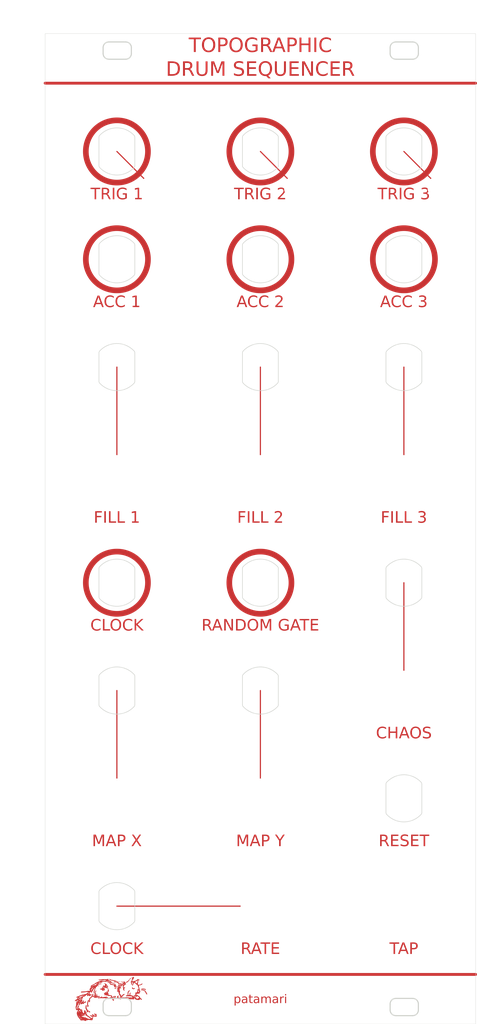
<source format=kicad_pcb>
(kicad_pcb (version 20240108) (generator "pcbnew") (generator_version "8.0")
  (layers (0 "F.Cu" signal) (31 "B.Cu" signal) (34 "B.Paste" user) (35 "F.Paste" user) (36 "B.SilkS" user "B.Silkscreen") (37 "F.SilkS" user "F.Silkscreen") (38 "B.Mask" user) (39 "F.Mask" user) (44 "Edge.Cuts" user))
  (net 0 "")
  (footprint "MountingHole:MountingHole_6mm" (layer "F.Cu") (at 120.65 168.275)
    (property "Reference" "REF**" (hide yes))
    (property "Value" "MountingHole_6mm" (hide yes))
    (pad "" np_thru_hole circle (at 0 0) (size 7 7) (drill 7) (layers "F&B.Cu" "*.Mask"))
  )
  (footprint "Library:BananaJackOutputMountingHole" (layer "F.Cu") (at 146.05 53.975)
    (property "Reference" "REF**" (hide yes))
    (property "Value" "BananaJackOutputMountingHole" (hide yes))
    (fp_circle (center 0 0) (end 5.5 0) (stroke (width 1)) (fill none) (layer "F.Cu"))
    (fp_line (start -3.174999 2.501101) (end -3.174999 -2.5063) (stroke (width 0.1)) (layer "Edge.Cuts"))
    (fp_line (start 3.175001 -2.501301) (end 3.175001 2.5063) (stroke (width 0.1)) (layer "Edge.Cuts"))
    (fp_arc (start -3.174999 -2.5063) (mid -3.140023 -2.69) (end -3.039999 -2.848) (stroke (width 0.1)) (layer "Edge.Cuts"))
    (fp_arc (start -3.039999 -2.848) (mid 0.000001 -4.165658) (end 3.040001 -2.848) (stroke (width 0.1)) (layer "Edge.Cuts"))
    (fp_arc (start -3.039999 2.848) (mid -3.140967 2.687575) (end -3.174999 2.501101) (stroke (width 0.1)) (layer "Edge.Cuts"))
    (fp_arc (start 3.040001 -2.848) (mid 3.140961 -2.687676) (end 3.175001 -2.501301) (stroke (width 0.1)) (layer "Edge.Cuts"))
    (fp_arc (start 3.040001 2.848) (mid 0.000001 4.165658) (end -3.039999 2.848) (stroke (width 0.1)) (layer "Edge.Cuts"))
    (fp_arc (start 3.175001 2.5063) (mid 3.140031 2.690002) (end 3.040001 2.848) (stroke (width 0.1)) (layer "Edge.Cuts"))
    (fp_text user "ACC 3" (at 0 7.62 0) (layer "F.Cu") (effects (font (size 2 2) (thickness 0.1875))))
  )
  (footprint "Library:BananaJackOutputMountingHole" (layer "F.Cu") (at 120.65 53.975)
    (property "Reference" "REF**" (hide yes))
    (property "Value" "BananaJackOutputMountingHole" (hide yes))
    (fp_circle (center 0 0) (end 5.5 0) (stroke (width 1)) (fill none) (layer "F.Cu"))
    (fp_line (start -3.174999 2.501101) (end -3.174999 -2.5063) (stroke (width 0.1)) (layer "Edge.Cuts"))
    (fp_line (start 3.175001 -2.501301) (end 3.175001 2.5063) (stroke (width 0.1)) (layer "Edge.Cuts"))
    (fp_arc (start -3.174999 -2.5063) (mid -3.140023 -2.69) (end -3.039999 -2.848) (stroke (width 0.1)) (layer "Edge.Cuts"))
    (fp_arc (start -3.039999 -2.848) (mid 0.000001 -4.165658) (end 3.040001 -2.848) (stroke (width 0.1)) (layer "Edge.Cuts"))
    (fp_arc (start -3.039999 2.848) (mid -3.140967 2.687575) (end -3.174999 2.501101) (stroke (width 0.1)) (layer "Edge.Cuts"))
    (fp_arc (start 3.040001 -2.848) (mid 3.140961 -2.687676) (end 3.175001 -2.501301) (stroke (width 0.1)) (layer "Edge.Cuts"))
    (fp_arc (start 3.040001 2.848) (mid 0.000001 4.165658) (end -3.039999 2.848) (stroke (width 0.1)) (layer "Edge.Cuts"))
    (fp_arc (start 3.175001 2.5063) (mid 3.140031 2.690002) (end 3.040001 2.848) (stroke (width 0.1)) (layer "Edge.Cuts"))
    (fp_text user "ACC 2" (at 0 7.62 0) (layer "F.Cu") (effects (font (size 2 2) (thickness 0.1875))))
  )
  (footprint "Library:BananaJackInputMountingHole" (layer "F.Cu") (at 146.05 149.225)
    (property "Reference" "REF**" (hide yes))
    (property "Value" "BananaJackInputMountingHole" (hide yes))
    (fp_line (start -3.174999 2.501101) (end -3.174999 -2.5063) (stroke (width 0.1)) (layer "Edge.Cuts"))
    (fp_line (start 3.175001 -2.501301) (end 3.175001 2.5063) (stroke (width 0.1)) (layer "Edge.Cuts"))
    (fp_arc (start -3.174999 -2.5063) (mid -3.140023 -2.69) (end -3.039999 -2.848) (stroke (width 0.1)) (layer "Edge.Cuts"))
    (fp_arc (start -3.039999 -2.848) (mid 0.000001 -4.165658) (end 3.040001 -2.848) (stroke (width 0.1)) (layer "Edge.Cuts"))
    (fp_arc (start -3.039999 2.848) (mid -3.140967 2.687575) (end -3.174999 2.501101) (stroke (width 0.1)) (layer "Edge.Cuts"))
    (fp_arc (start 3.040001 -2.848) (mid 3.140963 -2.687685) (end 3.175001 -2.501301) (stroke (width 0.1)) (layer "Edge.Cuts"))
    (fp_arc (start 3.040001 2.848) (mid 0.000001 4.165658) (end -3.039999 2.848) (stroke (width 0.1)) (layer "Edge.Cuts"))
    (fp_arc (start 3.175001 2.5063) (mid 3.140031 2.690002) (end 3.040001 2.848) (stroke (width 0.1)) (layer "Edge.Cuts"))
    (fp_text user "RESET" (at 0 7.62 0) (layer "F.Cu") (effects (font (size 2 2) (thickness 0.1875))))
  )
  (footprint "Library:4UMountingHole" (layer "F.Cu") (at 95.25 186.1)
    (property "Reference" "REF**" (hide yes))
    (property "Value" "4UMountingHole" (hide yes))
    (fp_line (start -2.4375 0.525) (end -2.4375 -0.525) (stroke (width 0.2)) (layer "Edge.Cuts"))
    (fp_line (start -1.4375 -1.525) (end 1.5625 -1.525) (stroke (width 0.2)) (layer "Edge.Cuts"))
    (fp_line (start 1.5625 1.525) (end -1.4375 1.525) (stroke (width 0.2)) (layer "Edge.Cuts"))
    (fp_line (start 2.5625 -0.525) (end 2.5625 0.525) (stroke (width 0.2)) (layer "Edge.Cuts"))
    (fp_arc (start -2.4375 -0.525) (mid -2.144607 -1.232107) (end -1.4375 -1.525) (stroke (width 0.2)) (layer "Edge.Cuts"))
    (fp_arc (start -1.4375 1.525) (mid -2.144607 1.232107) (end -2.4375 0.525) (stroke (width 0.2)) (layer "Edge.Cuts"))
    (fp_arc (start 1.5625 -1.525) (mid 2.269607 -1.232107) (end 2.5625 -0.525) (stroke (width 0.2)) (layer "Edge.Cuts"))
    (fp_arc (start 2.5625 0.525) (mid 2.269607 1.232107) (end 1.5625 1.525) (stroke (width 0.2)) (layer "Edge.Cuts"))
  )
  (footprint "Library:BananaJackOutputMountingHole" (layer "F.Cu") (at 95.25 53.975)
    (property "Reference" "REF**" (hide yes))
    (property "Value" "BananaJackOutputMountingHole" (hide yes))
    (fp_circle (center 0 0) (end 5.5 0) (stroke (width 1)) (fill none) (layer "F.Cu"))
    (fp_line (start -3.174999 2.501101) (end -3.174999 -2.5063) (stroke (width 0.1)) (layer "Edge.Cuts"))
    (fp_line (start 3.175001 -2.501301) (end 3.175001 2.5063) (stroke (width 0.1)) (layer "Edge.Cuts"))
    (fp_arc (start -3.174999 -2.5063) (mid -3.140023 -2.69) (end -3.039999 -2.848) (stroke (width 0.1)) (layer "Edge.Cuts"))
    (fp_arc (start -3.039999 -2.848) (mid 0.000001 -4.165658) (end 3.040001 -2.848) (stroke (width 0.1)) (layer "Edge.Cuts"))
    (fp_arc (start -3.039999 2.848) (mid -3.140967 2.687575) (end -3.174999 2.501101) (stroke (width 0.1)) (layer "Edge.Cuts"))
    (fp_arc (start 3.040001 -2.848) (mid 3.140961 -2.687676) (end 3.175001 -2.501301) (stroke (width 0.1)) (layer "Edge.Cuts"))
    (fp_arc (start 3.040001 2.848) (mid 0.000001 4.165658) (end -3.039999 2.848) (stroke (width 0.1)) (layer "Edge.Cuts"))
    (fp_arc (start 3.175001 2.5063) (mid 3.140031 2.690002) (end 3.040001 2.848) (stroke (width 0.1)) (layer "Edge.Cuts"))
    (fp_text user "ACC 1" (at 0 7.62 0) (layer "F.Cu") (effects (font (size 2 2) (thickness 0.1875))))
  )
  (footprint "Library:BananaJackInputMountingHole" (layer "F.Cu") (at 95.25 130.175)
    (property "Reference" "REF**" (hide yes))
    (property "Value" "BananaJackInputMountingHole" (hide yes))
    (fp_line (start -3.174999 2.501101) (end -3.174999 -2.5063) (stroke (width 0.1)) (layer "Edge.Cuts"))
    (fp_line (start 3.175001 -2.501301) (end 3.175001 2.5063) (stroke (width 0.1)) (layer "Edge.Cuts"))
    (fp_arc (start -3.174999 -2.5063) (mid -3.140023 -2.69) (end -3.039999 -2.848) (stroke (width 0.1)) (layer "Edge.Cuts"))
    (fp_arc (start -3.039999 -2.848) (mid 0.000001 -4.165658) (end 3.040001 -2.848) (stroke (width 0.1)) (layer "Edge.Cuts"))
    (fp_arc (start -3.039999 2.848) (mid -3.140967 2.687575) (end -3.174999 2.501101) (stroke (width 0.1)) (layer "Edge.Cuts"))
    (fp_arc (start 3.040001 -2.848) (mid 3.140963 -2.687685) (end 3.175001 -2.501301) (stroke (width 0.1)) (layer "Edge.Cuts"))
    (fp_arc (start 3.040001 2.848) (mid 0.000001 4.165658) (end -3.039999 2.848) (stroke (width 0.1)) (layer "Edge.Cuts"))
    (fp_arc (start 3.175001 2.5063) (mid 3.140031 2.690002) (end 3.040001 2.848) (stroke (width 0.1)) (layer "Edge.Cuts"))
  )
  (footprint "Library:BananaJackInputMountingHole" (layer "F.Cu") (at 146.05 111.125)
    (property "Reference" "REF**" (hide yes))
    (property "Value" "BananaJackInputMountingHole" (hide yes))
    (fp_line (start -3.174999 2.501101) (end -3.174999 -2.5063) (stroke (width 0.1)) (layer "Edge.Cuts"))
    (fp_line (start 3.175001 -2.501301) (end 3.175001 2.5063) (stroke (width 0.1)) (layer "Edge.Cuts"))
    (fp_arc (start -3.174999 -2.5063) (mid -3.140023 -2.69) (end -3.039999 -2.848) (stroke (width 0.1)) (layer "Edge.Cuts"))
    (fp_arc (start -3.039999 -2.848) (mid 0.000001 -4.165658) (end 3.040001 -2.848) (stroke (width 0.1)) (layer "Edge.Cuts"))
    (fp_arc (start -3.039999 2.848) (mid -3.140967 2.687575) (end -3.174999 2.501101) (stroke (width 0.1)) (layer "Edge.Cuts"))
    (fp_arc (start 3.040001 -2.848) (mid 3.140963 -2.687685) (end 3.175001 -2.501301) (stroke (width 0.1)) (layer "Edge.Cuts"))
    (fp_arc (start 3.040001 2.848) (mid 0.000001 4.165658) (end -3.039999 2.848) (stroke (width 0.1)) (layer "Edge.Cuts"))
    (fp_arc (start 3.175001 2.5063) (mid 3.140031 2.690002) (end 3.040001 2.848) (stroke (width 0.1)) (layer "Edge.Cuts"))
  )
  (footprint "Library:BananaJackInputMountingHole" (layer "F.Cu") (at 95.25 168.275)
    (property "Reference" "REF**" (hide yes))
    (property "Value" "BananaJackInputMountingHole" (hide yes))
    (fp_line (start -3.174999 2.501101) (end -3.174999 -2.5063) (stroke (width 0.1)) (layer "Edge.Cuts"))
    (fp_line (start 3.175001 -2.501301) (end 3.175001 2.5063) (stroke (width 0.1)) (layer "Edge.Cuts"))
    (fp_arc (start -3.174999 -2.5063) (mid -3.140023 -2.69) (end -3.039999 -2.848) (stroke (width 0.1)) (layer "Edge.Cuts"))
    (fp_arc (start -3.039999 -2.848) (mid 0.000001 -4.165658) (end 3.040001 -2.848) (stroke (width 0.1)) (layer "Edge.Cuts"))
    (fp_arc (start -3.039999 2.848) (mid -3.140967 2.687575) (end -3.174999 2.501101) (stroke (width 0.1)) (layer "Edge.Cuts"))
    (fp_arc (start 3.040001 -2.848) (mid 3.140963 -2.687685) (end 3.175001 -2.501301) (stroke (width 0.1)) (layer "Edge.Cuts"))
    (fp_arc (start 3.040001 2.848) (mid 0.000001 4.165658) (end -3.039999 2.848) (stroke (width 0.1)) (layer "Edge.Cuts"))
    (fp_arc (start 3.175001 2.5063) (mid 3.140031 2.690002) (end 3.040001 2.848) (stroke (width 0.1)) (layer "Edge.Cuts"))
    (fp_text user "CLOCK" (at 0 7.62 0) (layer "F.Cu") (effects (font (size 2 2) (thickness 0.1875))))
  )
  (footprint "Library:BananaJackOutputMountingHole" (layer "F.Cu") (at 95.25 34.925)
    (property "Reference" "REF**" (hide yes))
    (property "Value" "BananaJackOutputMountingHole" (hide yes))
    (fp_circle (center 0 0) (end 5.5 0) (stroke (width 1)) (fill none) (layer "F.Cu"))
    (fp_line (start -3.174999 2.501101) (end -3.174999 -2.5063) (stroke (width 0.1)) (layer "Edge.Cuts"))
    (fp_line (start 3.175001 -2.501301) (end 3.175001 2.5063) (stroke (width 0.1)) (layer "Edge.Cuts"))
    (fp_arc (start -3.174999 -2.5063) (mid -3.140023 -2.69) (end -3.039999 -2.848) (stroke (width 0.1)) (layer "Edge.Cuts"))
    (fp_arc (start -3.039999 -2.848) (mid 0.000001 -4.165658) (end 3.040001 -2.848) (stroke (width 0.1)) (layer "Edge.Cuts"))
    (fp_arc (start -3.039999 2.848) (mid -3.140967 2.687575) (end -3.174999 2.501101) (stroke (width 0.1)) (layer "Edge.Cuts"))
    (fp_arc (start 3.040001 -2.848) (mid 3.140961 -2.687676) (end 3.175001 -2.501301) (stroke (width 0.1)) (layer "Edge.Cuts"))
    (fp_arc (start 3.040001 2.848) (mid 0.000001 4.165658) (end -3.039999 2.848) (stroke (width 0.1)) (layer "Edge.Cuts"))
    (fp_arc (start 3.175001 2.5063) (mid 3.140031 2.690002) (end 3.040001 2.848) (stroke (width 0.1)) (layer "Edge.Cuts"))
    (fp_text user "TRIG 1" (at 0 7.62 0) (layer "F.Cu") (effects (font (size 2 2) (thickness 0.1875))))
  )
  (footprint "Library:4UMountingHole" (layer "F.Cu") (at 146.05 186.1)
    (property "Reference" "REF**" (hide yes))
    (property "Value" "4UMountingHole" (hide yes))
    (fp_line (start -2.4375 0.525) (end -2.4375 -0.525) (stroke (width 0.2)) (layer "Edge.Cuts"))
    (fp_line (start -1.4375 -1.525) (end 1.5625 -1.525) (stroke (width 0.2)) (layer "Edge.Cuts"))
    (fp_line (start 1.5625 1.525) (end -1.4375 1.525) (stroke (width 0.2)) (layer "Edge.Cuts"))
    (fp_line (start 2.5625 -0.525) (end 2.5625 0.525) (stroke (width 0.2)) (layer "Edge.Cuts"))
    (fp_arc (start -2.4375 -0.525) (mid -2.144607 -1.232107) (end -1.4375 -1.525) (stroke (width 0.2)) (layer "Edge.Cuts"))
    (fp_arc (start -1.4375 1.525) (mid -2.144607 1.232107) (end -2.4375 0.525) (stroke (width 0.2)) (layer "Edge.Cuts"))
    (fp_arc (start 1.5625 -1.525) (mid 2.269607 -1.232107) (end 2.5625 -0.525) (stroke (width 0.2)) (layer "Edge.Cuts"))
    (fp_arc (start 2.5625 0.525) (mid 2.269607 1.232107) (end 1.5625 1.525) (stroke (width 0.2)) (layer "Edge.Cuts"))
  )
  (footprint "Library:BananaJackInputMountingHole" (layer "F.Cu") (at 95.25 73.025)
    (property "Reference" "REF**" (hide yes))
    (property "Value" "BananaJackInputMountingHole" (hide yes))
    (fp_line (start -3.174999 2.501101) (end -3.174999 -2.5063) (stroke (width 0.1)) (layer "Edge.Cuts"))
    (fp_line (start 3.175001 -2.501301) (end 3.175001 2.5063) (stroke (width 0.1)) (layer "Edge.Cuts"))
    (fp_arc (start -3.174999 -2.5063) (mid -3.140023 -2.69) (end -3.039999 -2.848) (stroke (width 0.1)) (layer "Edge.Cuts"))
    (fp_arc (start -3.039999 -2.848) (mid 0.000001 -4.165658) (end 3.040001 -2.848) (stroke (width 0.1)) (layer "Edge.Cuts"))
    (fp_arc (start -3.039999 2.848) (mid -3.140967 2.687575) (end -3.174999 2.501101) (stroke (width 0.1)) (layer "Edge.Cuts"))
    (fp_arc (start 3.040001 -2.848) (mid 3.140963 -2.687685) (end 3.175001 -2.501301) (stroke (width 0.1)) (layer "Edge.Cuts"))
    (fp_arc (start 3.040001 2.848) (mid 0.000001 4.165658) (end -3.039999 2.848) (stroke (width 0.1)) (layer "Edge.Cuts"))
    (fp_arc (start 3.175001 2.5063) (mid 3.140031 2.690002) (end 3.040001 2.848) (stroke (width 0.1)) (layer "Edge.Cuts"))
  )
  (footprint "MountingHole:MountingHole_6mm" (layer "F.Cu") (at 146.05 92.075)
    (property "Reference" "REF**" (hide yes))
    (property "Value" "MountingHole_6mm" (hide yes))
    (pad "" np_thru_hole circle (at 0 0) (size 7 7) (drill 7) (layers "F&B.Cu" "*.Mask"))
  )
  (footprint "MountingHole:MountingHole_6mm" (layer "F.Cu") (at 127 41.275)
    (property "Reference" "REF**" (hide yes))
    (property "Value" "MountingHole_6mm" (hide yes))
    (pad "" np_thru_hole circle (at 0 0) (size 4.34 4.34) (drill 4.34) (layers "F&B.Cu" "*.Mask"))
  )
  (footprint "MountingHole:MountingHole_6mm" (layer "F.Cu") (at 120.65 92.075)
    (property "Reference" "REF**" (hide yes))
    (property "Value" "MountingHole_6mm" (hide yes))
    (pad "" np_thru_hole circle (at 0 0) (size 7 7) (drill 7) (layers "F&B.Cu" "*.Mask"))
  )
  (footprint "Library:BananaJackOutputMountingHole" (layer "F.Cu") (at 120.65 111.125)
    (property "Reference" "REF**" (hide yes))
    (property "Value" "BananaJackOutputMountingHole" (hide yes))
    (fp_circle (center 0 0) (end 5.5 0) (stroke (width 1)) (fill none) (layer "F.Cu"))
    (fp_line (start -3.174999 2.501101) (end -3.174999 -2.5063) (stroke (width 0.1)) (layer "Edge.Cuts"))
    (fp_line (start 3.175001 -2.501301) (end 3.175001 2.5063) (stroke (width 0.1)) (layer "Edge.Cuts"))
    (fp_arc (start -3.174999 -2.5063) (mid -3.140023 -2.69) (end -3.039999 -2.848) (stroke (width 0.1)) (layer "Edge.Cuts"))
    (fp_arc (start -3.039999 -2.848) (mid 0.000001 -4.165658) (end 3.040001 -2.848) (stroke (width 0.1)) (layer "Edge.Cuts"))
    (fp_arc (start -3.039999 2.848) (mid -3.140967 2.687575) (end -3.174999 2.501101) (stroke (width 0.1)) (layer "Edge.Cuts"))
    (fp_arc (start 3.040001 -2.848) (mid 3.140961 -2.687676) (end 3.175001 -2.501301) (stroke (width 0.1)) (layer "Edge.Cuts"))
    (fp_arc (start 3.040001 2.848) (mid 0.000001 4.165658) (end -3.039999 2.848) (stroke (width 0.1)) (layer "Edge.Cuts"))
    (fp_arc (start 3.175001 2.5063) (mid 3.140031 2.690002) (end 3.040001 2.848) (stroke (width 0.1)) (layer "Edge.Cuts"))
    (fp_text user "RANDOM GATE" (at 0 7.62 0) (layer "F.Cu") (effects (font (size 2 2) (thickness 0.1875))))
  )
  (footprint "MountingHole:MountingHole_6mm" (layer "F.Cu") (at 95.25 149.225)
    (property "Reference" "REF**" (hide yes))
    (property "Value" "MountingHole_6mm" (hide yes))
    (pad "" np_thru_hole circle (at 0 0) (size 7 7) (drill 7) (layers "F&B.Cu" "*.Mask"))
  )
  (footprint "Library:BananaJackOutputMountingHole" (layer "F.Cu") (at 146.05 34.925)
    (property "Reference" "REF**" (hide yes))
    (property "Value" "BananaJackOutputMountingHole" (hide yes))
    (fp_circle (center 0 0) (end 5.5 0) (stroke (width 1)) (fill none) (layer "F.Cu"))
    (fp_line (start -3.174999 2.501101) (end -3.174999 -2.5063) (stroke (width 0.1)) (layer "Edge.Cuts"))
    (fp_line (start 3.175001 -2.501301) (end 3.175001 2.5063) (stroke (width 0.1)) (layer "Edge.Cuts"))
    (fp_arc (start -3.174999 -2.5063) (mid -3.140023 -2.69) (end -3.039999 -2.848) (stroke (width 0.1)) (layer "Edge.Cuts"))
    (fp_arc (start -3.039999 -2.848) (mid 0.000001 -4.165658) (end 3.040001 -2.848) (stroke (width 0.1)) (layer "Edge.Cuts"))
    (fp_arc (start -3.039999 2.848) (mid -3.140967 2.687575) (end -3.174999 2.501101) (stroke (width 0.1)) (layer "Edge.Cuts"))
    (fp_arc (start 3.040001 -2.848) (mid 3.140961 -2.687676) (end 3.175001 -2.501301) (stroke (width 0.1)) (layer "Edge.Cuts"))
    (fp_arc (start 3.040001 2.848) (mid 0.000001 4.165658) (end -3.039999 2.848) (stroke (width 0.1)) (layer "Edge.Cuts"))
    (fp_arc (start 3.175001 2.5063) (mid 3.140031 2.690002) (end 3.040001 2.848) (stroke (width 0.1)) (layer "Edge.Cuts"))
    (fp_text user "TRIG 3" (at 0 7.62 0) (layer "F.Cu") (effects (font (size 2 2) (thickness 0.1875))))
  )
  (footprint "Library:BananaJackInputMountingHole" (layer "F.Cu") (at 120.65 73.025)
    (property "Reference" "REF**" (hide yes))
    (property "Value" "BananaJackInputMountingHole" (hide yes))
    (fp_line (start -3.174999 2.501101) (end -3.174999 -2.5063) (stroke (width 0.1)) (layer "Edge.Cuts"))
    (fp_line (start 3.175001 -2.501301) (end 3.175001 2.5063) (stroke (width 0.1)) (layer "Edge.Cuts"))
    (fp_arc (start -3.174999 -2.5063) (mid -3.140023 -2.69) (end -3.039999 -2.848) (stroke (width 0.1)) (layer "Edge.Cuts"))
    (fp_arc (start -3.039999 -2.848) (mid 0.000001 -4.165658) (end 3.040001 -2.848) (stroke (width 0.1)) (layer "Edge.Cuts"))
    (fp_arc (start -3.039999 2.848) (mid -3.140967 2.687575) (end -3.174999 2.501101) (stroke (width 0.1)) (layer "Edge.Cuts"))
    (fp_arc (start 3.040001 -2.848) (mid 3.140963 -2.687685) (end 3.175001 -2.501301) (stroke (width 0.1)) (layer "Edge.Cuts"))
    (fp_arc (start 3.040001 2.848) (mid 0.000001 4.165658) (end -3.039999 2.848) (stroke (width 0.1)) (layer "Edge.Cuts"))
    (fp_arc (start 3.175001 2.5063) (mid 3.140031 2.690002) (end 3.040001 2.848) (stroke (width 0.1)) (layer "Edge.Cuts"))
  )
  (footprint "MountingHole:MountingHole_6mm" (layer "F.Cu") (at 120.65 149.225)
    (property "Reference" "REF**" (hide yes))
    (property "Value" "MountingHole_6mm" (hide yes))
    (pad "" np_thru_hole circle (at 0 0) (size 7 7) (drill 7) (layers "F&B.Cu" "*.Mask"))
  )
  (footprint "Library:4UMountingHole" (layer "F.Cu") (at 95.25 17.1)
    (property "Reference" "REF**" (hide yes))
    (property "Value" "4UMountingHole" (hide yes))
    (fp_line (start -2.4375 0.525) (end -2.4375 -0.525) (stroke (width 0.2)) (layer "Edge.Cuts"))
    (fp_line (start -1.4375 -1.525) (end 1.5625 -1.525) (stroke (width 0.2)) (layer "Edge.Cuts"))
    (fp_line (start 1.5625 1.525) (end -1.4375 1.525) (stroke (width 0.2)) (layer "Edge.Cuts"))
    (fp_line (start 2.5625 -0.525) (end 2.5625 0.525) (stroke (width 0.2)) (layer "Edge.Cuts"))
    (fp_arc (start -2.4375 -0.525) (mid -2.144607 -1.232107) (end -1.4375 -1.525) (stroke (width 0.2)) (layer "Edge.Cuts"))
    (fp_arc (start -1.4375 1.525) (mid -2.144607 1.232107) (end -2.4375 0.525) (stroke (width 0.2)) (layer "Edge.Cuts"))
    (fp_arc (start 1.5625 -1.525) (mid 2.269607 -1.232107) (end 2.5625 -0.525) (stroke (width 0.2)) (layer "Edge.Cuts"))
    (fp_arc (start 2.5625 0.525) (mid 2.269607 1.232107) (end 1.5625 1.525) (stroke (width 0.2)) (layer "Edge.Cuts"))
  )
  (footprint "MountingHole:MountingHole_6mm" (layer "F.Cu") (at 146.05 130.175)
    (property "Reference" "REF**" (hide yes))
    (property "Value" "MountingHole_6mm" (hide yes))
    (pad "" np_thru_hole circle (at 0 0) (size 7 7) (drill 7) (layers "F&B.Cu" "*.Mask"))
  )
  (footprint "MountingHole:MountingHole_6mm" (layer "F.Cu") (at 152.4 41.275)
    (property "Reference" "REF**" (hide yes))
    (property "Value" "MountingHole_6mm" (hide yes))
    (pad "" np_thru_hole circle (at 0 0) (size 4.34 4.34) (drill 4.34) (layers "F&B.Cu" "*.Mask"))
  )
  (footprint "Library:BananaJackOutputMountingHole" (layer "F.Cu") (at 120.65 34.925)
    (property "Reference" "REF**" (hide yes))
    (property "Value" "BananaJackOutputMountingHole" (hide yes))
    (fp_circle (center 0 0) (end 5.5 0) (stroke (width 1)) (fill none) (layer "F.Cu"))
    (fp_line (start -3.174999 2.501101) (end -3.174999 -2.5063) (stroke (width 0.1)) (layer "Edge.Cuts"))
    (fp_line (start 3.175001 -2.501301) (end 3.175001 2.5063) (stroke (width 0.1)) (layer "Edge.Cuts"))
    (fp_arc (start -3.174999 -2.5063) (mid -3.140023 -2.69) (end -3.039999 -2.848) (stroke (width 0.1)) (layer "Edge.Cuts"))
    (fp_arc (start -3.039999 -2.848) (mid 0.000001 -4.165658) (end 3.040001 -2.848) (stroke (width 0.1)) (layer "Edge.Cuts"))
    (fp_arc (start -3.039999 2.848) (mid -3.140967 2.687575) (end -3.174999 2.501101) (stroke (width 0.1)) (layer "Edge.Cuts"))
    (fp_arc (start 3.040001 -2.848) (mid 3.140961 -2.687676) (end 3.175001 -2.501301) (stroke (width 0.1)) (layer "Edge.Cuts"))
    (fp_arc (start 3.040001 2.848) (mid 0.000001 4.165658) (end -3.039999 2.848) (stroke (width 0.1)) (layer "Edge.Cuts"))
    (fp_arc (start 3.175001 2.5063) (mid 3.140031 2.690002) (end 3.040001 2.848) (stroke (width 0.1)) (layer "Edge.Cuts"))
    (fp_text user "TRIG 2" (at 0 7.62 0) (layer "F.Cu") (effects (font (size 2 2) (thickness 0.1875))))
  )
  (footprint "MountingHole:MountingHole_6mm" (layer "F.Cu") (at 101.6 41.275)
    (property "Reference" "REF**" (hide yes))
    (property "Value" "MountingHole_6mm" (hide yes))
    (pad "" np_thru_hole circle (at 0 0) (size 4.34 4.34) (drill 4.34) (layers "F&B.Cu" "*.Mask"))
  )
  (footprint "Library:BananaJackOutputMountingHole" (layer "F.Cu") (at 95.25 111.125)
    (property "Reference" "REF**" (hide yes))
    (property "Value" "BananaJackOutputMountingHole" (hide yes))
    (fp_circle (center 0 0) (end 5.5 0) (stroke (width 1)) (fill none) (layer "F.Cu"))
    (fp_line (start -3.174999 2.501101) (end -3.174999 -2.5063) (stroke (width 0.1)) (layer "Edge.Cuts"))
    (fp_line (start 3.175001 -2.501301) (end 3.175001 2.5063) (stroke (width 0.1)) (layer "Edge.Cuts"))
    (fp_arc (start -3.174999 -2.5063) (mid -3.140023 -2.69) (end -3.039999 -2.848) (stroke (width 0.1)) (layer "Edge.Cuts"))
    (fp_arc (start -3.039999 -2.848) (mid 0.000001 -4.165658) (end 3.040001 -2.848) (stroke (width 0.1)) (layer "Edge.Cuts"))
    (fp_arc (start -3.039999 2.848) (mid -3.140967 2.687575) (end -3.174999 2.501101) (stroke (width 0.1)) (layer "Edge.Cuts"))
    (fp_arc (start 3.040001 -2.848) (mid 3.140961 -2.687676) (end 3.175001 -2.501301) (stroke (width 0.1)) (layer "Edge.Cuts"))
    (fp_arc (start 3.040001 2.848) (mid 0.000001 4.165658) (end -3.039999 2.848) (stroke (width 0.1)) (layer "Edge.Cuts"))
    (fp_arc (start 3.175001 2.5063) (mid 3.140031 2.690002) (end 3.040001 2.848) (stroke (width 0.1)) (layer "Edge.Cuts"))
    (fp_text user "CLOCK" (at 0 7.62 0) (layer "F.Cu") (effects (font (size 2 2) (thickness 0.1875))))
  )
  (footprint "Library:4UMountingHole" (layer "F.Cu") (at 146.05 17.1)
    (property "Reference" "REF**" (hide yes))
    (property "Value" "4UMountingHole" (hide yes))
    (fp_line (start -2.4375 0.525) (end -2.4375 -0.525) (stroke (width 0.2)) (layer "Edge.Cuts"))
    (fp_line (start -1.4375 -1.525) (end 1.5625 -1.525) (stroke (width 0.2)) (layer "Edge.Cuts"))
    (fp_line (start 1.5625 1.525) (end -1.4375 1.525) (stroke (width 0.2)) (layer "Edge.Cuts"))
    (fp_line (start 2.5625 -0.525) (end 2.5625 0.525) (stroke (width 0.2)) (layer "Edge.Cuts"))
    (fp_arc (start -2.4375 -0.525) (mid -2.144607 -1.232107) (end -1.4375 -1.525) (stroke (width 0.2)) (layer "Edge.Cuts"))
    (fp_arc (start -1.4375 1.525) (mid -2.144607 1.232107) (end -2.4375 0.525) (stroke (width 0.2)) (layer "Edge.Cuts"))
    (fp_arc (start 1.5625 -1.525) (mid 2.269607 -1.232107) (end 2.5625 -0.525) (stroke (width 0.2)) (layer "Edge.Cuts"))
    (fp_arc (start 2.5625 0.525) (mid 2.269607 1.232107) (end 1.5625 1.525) (stroke (width 0.2)) (layer "Edge.Cuts"))
  )
  (footprint "MountingHole:MountingHole_6mm" (layer "F.Cu") (at 95.25 92.075)
    (property "Reference" "REF**" (hide yes))
    (property "Value" "MountingHole_6mm" (hide yes))
    (pad "" np_thru_hole circle (at 0 0) (size 7 7) (drill 7) (layers "F&B.Cu" "*.Mask"))
  )
  (footprint "Library:BananaJackInputMountingHole" (layer "F.Cu") (at 146.05 73.025)
    (property "Reference" "REF**" (hide yes))
    (property "Value" "BananaJackInputMountingHole" (hide yes))
    (fp_line (start -3.174999 2.501101) (end -3.174999 -2.5063) (stroke (width 0.1)) (layer "Edge.Cuts"))
    (fp_line (start 3.175001 -2.501301) (end 3.175001 2.5063) (stroke (width 0.1)) (layer "Edge.Cuts"))
    (fp_arc (start -3.174999 -2.5063) (mid -3.140023 -2.69) (end -3.039999 -2.848) (stroke (width 0.1)) (layer "Edge.Cuts"))
    (fp_arc (start -3.039999 -2.848) (mid 0.000001 -4.165658) (end 3.040001 -2.848) (stroke (width 0.1)) (layer "Edge.Cuts"))
    (fp_arc (start -3.039999 2.848) (mid -3.140967 2.687575) (end -3.174999 2.501101) (stroke (width 0.1)) (layer "Edge.Cuts"))
    (fp_arc (start 3.040001 -2.848) (mid 3.140963 -2.687685) (end 3.175001 -2.501301) (stroke (width 0.1)) (layer "Edge.Cuts"))
    (fp_arc (start 3.040001 2.848) (mid 0.000001 4.165658) (end -3.039999 2.848) (stroke (width 0.1)) (layer "Edge.Cuts"))
    (fp_arc (start 3.175001 2.5063) (mid 3.140031 2.690002) (end 3.040001 2.848) (stroke (width 0.1)) (layer "Edge.Cuts"))
  )
  (footprint "Library:BananaJackInputMountingHole" (layer "F.Cu") (at 120.65 130.175)
    (property "Reference" "REF**" (hide yes))
    (property "Value" "BananaJackInputMountingHole" (hide yes))
    (fp_line (start -3.174999 2.501101) (end -3.174999 -2.5063) (stroke (width 0.1)) (layer "Edge.Cuts"))
    (fp_line (start 3.175001 -2.501301) (end 3.175001 2.5063) (stroke (width 0.1)) (layer "Edge.Cuts"))
    (fp_arc (start -3.174999 -2.5063) (mid -3.140023 -2.69) (end -3.039999 -2.848) (stroke (width 0.1)) (layer "Edge.Cuts"))
    (fp_arc (start -3.039999 -2.848) (mid 0.000001 -4.165658) (end 3.040001 -2.848) (stroke (width 0.1)) (layer "Edge.Cuts"))
    (fp_arc (start -3.039999 2.848) (mid -3.140967 2.687575) (end -3.174999 2.501101) (stroke (width 0.1)) (layer "Edge.Cuts"))
    (fp_arc (start 3.040001 -2.848) (mid 3.140963 -2.687685) (end 3.175001 -2.501301) (stroke (width 0.1)) (layer "Edge.Cuts"))
    (fp_arc (start 3.040001 2.848) (mid 0.000001 4.165658) (end -3.039999 2.848) (stroke (width 0.1)) (layer "Edge.Cuts"))
    (fp_arc (start 3.175001 2.5063) (mid 3.140031 2.690002) (end 3.040001 2.848) (stroke (width 0.1)) (layer "Edge.Cuts"))
  )
  (footprint "MountingHole:MountingHole_6mm" (layer "F.Cu") (at 146.05 168.275)
    (property "Reference" "REF**" (hide yes))
    (property "Value" "MountingHole_6mm" (hide yes))
    (pad "" np_thru_hole circle (at 0 0) (size 7.5 7.5) (drill 7.5) (layers "F&B.Cu" "*.Mask"))
  )
  (gr_poly (pts (xy 97.73057 181.02747) (xy 97.740479 181.043501) (xy 97.686161 181.089206) (xy 97.631844 181.134911) (xy 97.58469 181.133519) (xy 97.537537 181.132127) (xy 97.515487 181.123227) (xy 97.493439 181.11433) (xy 97.493439 181.081474) (xy 97.550765 181.046521) (xy 97.608091 181.011568) (xy 97.664377 181.011504) (xy 97.720663 181.011439)) (stroke (width -0.000001)) (fill solid) (layer "F.Cu"))
  (gr_line (start 95.25 130.175) (end 95.25 149.225) (stroke (width 0.2)) (layer "F.Cu"))
  (gr_line (start 82.55 180.34) (end 158.75 180.34) (stroke (width 0.5)) (layer "F.Cu"))
  (gr_poly (pts (xy 91.356347 187.291173) (xy 91.469758 187.308164) (xy 91.571182 187.32839) (xy 91.672605 187.348618) (xy 91.672605 187.380826) (xy 91.61685 187.488644) (xy 91.672605 187.659105) (xy 91.672605 187.762809) (xy 91.645889 187.784982) (xy 91.619173 187.807153) (xy 91.500368 187.815598) (xy 91.381563 187.824043) (xy 91.268279 187.777946) (xy 91.154995 187.73185) (xy 91.1258 187.73185) (xy 91.1258 187.872962) (xy 91.059654 187.870317) (xy 90.993508 187.867672) (xy 90.940592 187.860663) (xy 90.887675 187.853648) (xy 90.761209 187.79291) (xy 90.634744 187.732173) (xy 90.580411 187.666257) (xy 90.526078 187.600343) (xy 90.526078 187.572346) (xy 90.571482 187.551659) (xy 90.616886 187.530971) (xy 90.650618 187.552037) (xy 90.684349 187.573103) (xy 90.749234 187.573103) (xy 90.790661 187.6172) (xy 90.832089 187.661297) (xy 90.878856 187.661297) (xy 90.878856 187.696574) (xy 90.949411 187.696574) (xy 90.949411 187.659891) (xy 90.914134 187.590741) (xy 90.878856 187.52159) (xy 90.878856 187.429671) (xy 90.915375 187.361436) (xy 91.019967 187.361436) (xy 91.019967 187.43177) (xy 91.093169 187.484797) (xy 91.166371 187.537824) (xy 91.212242 187.537824) (xy 91.226347 187.560023) (xy 91.240453 187.58222) (xy 91.328647 187.613026) (xy 91.416842 187.643832) (xy 91.456529 187.643732) (xy 91.496217 187.643632) (xy 91.495656 187.621584) (xy 91.495095 187.599535) (xy 91.471663 187.568668) (xy 91.448231 187.537825) (xy 91.411796 187.537825) (xy 91.40248 187.513547) (xy 91.393164 187.489268) (xy 91.343266 187.495274) (xy 91.293369 187.50128) (xy 91.324238 187.491801) (xy 91.355105 187.482322) (xy 91.355105 187.447646) (xy 91.27573 187.412535) (xy 91.196355 187.377424) (xy 91.196355 187.312839) (xy 91.219645 187.29351) (xy 91.242935 187.274181)) (stroke (width -0.000001)) (fill solid) (layer "F.Cu"))
  (gr_poly (pts (xy 93.071481 181.891711) (xy 93.090774 181.911004) (xy 93.165764 181.911004) (xy 93.208526 181.956847) (xy 93.251288 182.00269) (xy 93.33203 182.043797) (xy 93.412771 182.084903) (xy 93.459912 182.146707) (xy 93.507052 182.208512) (xy 93.507052 182.246143) (xy 93.471774 182.246143) (xy 93.471774 182.27607) (xy 93.542352 182.303794) (xy 93.61293 182.331517) (xy 93.645627 182.407892) (xy 93.678325 182.484268) (xy 93.669821 182.586396) (xy 93.661316 182.688524) (xy 93.628483 182.65881) (xy 93.595649 182.629096) (xy 93.542531 182.546319) (xy 93.489413 182.463541) (xy 93.489413 182.393044) (xy 93.425064 182.310448) (xy 93.360714 182.227853) (xy 93.353241 182.235326) (xy 93.345768 182.242799) (xy 93.372011 182.319437) (xy 93.398254 182.396074) (xy 93.451916 182.515137) (xy 93.505577 182.634199) (xy 93.572024 182.634199) (xy 93.594177 182.708142) (xy 93.61633 182.782084) (xy 93.584778 182.805156) (xy 93.553225 182.828227) (xy 93.543368 182.826987) (xy 93.53351 182.825747) (xy 93.504096 182.813774) (xy 93.474684 182.801784) (xy 93.43667 182.753277) (xy 93.398656 182.70477) (xy 93.277744 182.70477) (xy 93.277744 182.669492) (xy 93.240631 182.669492) (xy 93.222205 182.722348) (xy 93.203779 182.775205) (xy 93.159008 182.739987) (xy 93.114236 182.70477) (xy 93.085747 182.70437) (xy 93.057258 182.70397) (xy 93.020413 182.673494) (xy 92.983568 182.643018) (xy 92.944276 182.585734) (xy 92.904985 182.528449) (xy 92.866015 182.518668) (xy 92.827044 182.508888) (xy 92.805505 182.41821) (xy 92.783965 182.327532) (xy 92.805958 182.312798) (xy 92.827952 182.298065) (xy 92.903592 182.308564) (xy 92.979233 182.319062) (xy 93.100223 182.369615) (xy 93.139734 182.369615) (xy 93.128325 182.302082) (xy 93.116915 182.234549) (xy 93.144413 182.211728) (xy 93.171911 182.188906) (xy 93.171796 182.142559) (xy 93.171681 182.096212) (xy 93.138565 182.045983) (xy 93.105449 181.995754) (xy 93.046077 181.940801) (xy 92.986705 181.885849) (xy 93.052188 181.872418)) (stroke (width -0.000001)) (fill solid) (layer "F.Cu"))
  (gr_poly (pts (xy 89.879271 185.953617) (xy 89.868613 186.153171) (xy 89.871538 186.220478) (xy 89.874462 186.287784) (xy 89.956336 186.417754) (xy 90.007492 186.527813) (xy 90.058648 186.637873) (xy 90.199759 186.638272) (xy 90.204618 186.709121) (xy 90.209478 186.779971) (xy 90.192031 186.812571) (xy 90.174585 186.84517) (xy 90.195356 186.9002) (xy 90.216127 186.955229) (xy 90.199124 186.971663) (xy 90.18212 186.988097) (xy 90.102745 186.996974) (xy 90.02337 187.005851) (xy 89.99461 186.997558) (xy 89.96585 186.989245) (xy 89.928464 186.891549) (xy 89.891078 186.793853) (xy 89.891078 186.726308) (xy 89.8558 186.660487) (xy 89.820522 186.594667) (xy 89.820522 186.551815) (xy 89.768668 186.474981) (xy 89.716813 186.398146) (xy 89.705724 186.310936) (xy 89.694634 186.223727) (xy 89.712421 186.039734) (xy 89.730209 185.855742) (xy 89.763881 185.810429) (xy 89.797553 185.765116) (xy 89.843741 185.75959) (xy 89.889929 185.754064)) (stroke (width -0.000001)) (fill solid) (layer "F.Cu"))
  (gr_line (start 152.4 41.275) (end 146.05 34.925) (stroke (width 0.2)) (layer "F.Cu"))
  (gr_line (start 95.25 73.025) (end 95.25 92.075) (stroke (width 0.2)) (layer "F.Cu"))
  (gr_poly (pts (xy 95.049175 184.14429) (xy 95.076911 184.154933) (xy 95.076911 184.261999) (xy 95.004167 184.377181) (xy 94.931423 184.492363) (xy 94.977709 184.526079) (xy 95.023995 184.559796) (xy 95.023995 184.643806) (xy 94.989877 184.662066) (xy 94.955758 184.680325) (xy 94.852363 184.680325) (xy 94.805886 184.643767) (xy 94.75941 184.607209) (xy 94.75941 184.489222) (xy 94.795705 184.404551) (xy 94.831999 184.319881) (xy 94.893916 184.244319) (xy 94.955834 184.168756) (xy 94.988636 184.151201) (xy 95.021439 184.133646)) (stroke (width -0.000001)) (fill solid) (layer "F.Cu"))
  (gr_poly (pts (xy 99.934579 183.065209) (xy 100.069931 183.108168) (xy 100.161231 183.164345) (xy 100.252532 183.220523) (xy 100.319055 183.275727) (xy 100.385578 183.330931) (xy 100.385878 183.365072) (xy 100.386178 183.399214) (xy 100.455277 183.472766) (xy 100.545458 183.654885) (xy 100.635638 183.837003) (xy 100.629308 183.843333) (xy 100.622978 183.849663) (xy 100.550862 183.861195) (xy 100.478745 183.872727) (xy 100.447308 183.79033) (xy 100.415833 183.707915) (xy 100.365747 183.644889) (xy 100.315661 183.581863) (xy 100.315661 183.538241) (xy 100.270608 183.457632) (xy 100.225555 183.377023) (xy 100.16131 183.320616) (xy 100.097065 183.264208) (xy 100.005728 183.223815) (xy 99.914391 183.183422) (xy 99.819574 183.163168) (xy 99.724757 183.142914) (xy 99.654201 183.134735) (xy 99.583645 183.126555) (xy 99.543958 183.118173) (xy 99.50427 183.109791) (xy 99.50427 183.044022) (xy 99.543958 183.033387) (xy 99.583645 183.022751) (xy 99.691435 183.022501) (xy 99.799226 183.022251)) (stroke (width -0.000001)) (fill solid) (layer "F.Cu"))
  (gr_poly (pts (xy 90.442293 186.874157) (xy 90.526078 186.951912) (xy 90.526078 187.006653) (xy 90.486875 187.034111) (xy 90.447673 187.06157) (xy 90.42073 187.060475) (xy 90.393786 187.05938) (xy 90.33622 187.020792) (xy 90.278654 186.9822) (xy 90.264016 186.929284) (xy 90.249379 186.876367) (xy 90.261749 186.841088) (xy 90.27412 186.805811) (xy 90.316314 186.801106) (xy 90.358509 186.796401)) (stroke (width -0.000001)) (fill solid) (layer "F.Cu"))
  (gr_poly (pts (xy 93.763236 182.84721) (xy 93.774854 182.883817) (xy 93.768834 182.889735) (xy 93.762813 182.895652) (xy 93.700796 182.907233) (xy 93.638778 182.918814) (xy 93.625831 182.905866) (xy 93.612884 182.892919) (xy 93.612884 182.845882) (xy 93.681357 182.845882) (xy 93.692258 182.828243) (xy 93.70316 182.810604) (xy 93.751617 182.810604)) (stroke (width -0.000001)) (fill solid) (layer "F.Cu"))
  (gr_poly (pts (xy 92.842564 182.578859) (xy 92.870954 182.649812) (xy 92.955286 182.729425) (xy 93.039618 182.809038) (xy 93.079306 182.844459) (xy 93.118993 182.87988) (xy 93.118993 182.914042) (xy 93.083578 182.925282) (xy 93.048163 182.936522) (xy 93.074759 182.974492) (xy 93.101355 183.012463) (xy 93.101355 183.120063) (xy 93.039197 183.153538) (xy 92.977038 183.187012) (xy 92.924544 183.148201) (xy 92.872049 183.10939) (xy 92.872049 183.191585) (xy 92.850882 183.212752) (xy 92.829716 183.233919) (xy 92.802376 183.232799) (xy 92.775036 183.231679) (xy 92.739379 183.217239) (xy 92.703721 183.202777) (xy 92.61698 183.120841) (xy 92.530237 183.038906) (xy 92.493887 183.031589) (xy 92.457536 183.024272) (xy 92.387679 183.009545) (xy 92.317822 182.994818) (xy 92.283616 182.93625) (xy 92.249411 182.877683) (xy 92.272487 182.86342) (xy 92.295564 182.849158) (xy 92.350091 182.855798) (xy 92.404619 182.862437) (xy 92.470765 182.873348) (xy 92.53691 182.88426) (xy 92.53838 182.851841) (xy 92.53985 182.819423) (xy 92.544252 182.779744) (xy 92.548652 182.740065) (xy 92.558235 182.730483) (xy 92.567817 182.7209) (xy 92.631032 182.710642) (xy 92.694247 182.700384) (xy 92.740619 182.755493) (xy 92.786991 182.810603) (xy 92.819133 182.810603) (xy 92.819133 182.776503) (xy 92.739758 182.687131) (xy 92.660383 182.597759) (xy 92.660383 182.528381) (xy 92.70007 182.528131) (xy 92.739757 182.527881) (xy 92.776966 182.517894) (xy 92.814174 182.507906)) (stroke (width -0.000001)) (fill solid) (layer "F.Cu"))
  (gr_poly (pts (xy 93.935831 181.152805) (xy 93.974477 181.15306) (xy 94.047592 181.178537) (xy 94.120706 181.204014) (xy 94.186754 181.248836) (xy 94.252802 181.293658) (xy 94.453884 181.293658) (xy 94.475565 181.341245) (xy 94.497247 181.388832) (xy 94.51063 181.367179) (xy 94.524012 181.345526) (xy 94.699036 181.36563) (xy 94.87406 181.385735) (xy 94.890817 181.401433) (xy 94.907574 181.41713) (xy 94.956539 181.41713) (xy 95.098593 181.479588) (xy 95.240647 181.542045) (xy 95.330756 181.561238) (xy 95.420865 181.580432) (xy 95.455657 181.604615) (xy 95.49045 181.628797) (xy 95.870657 181.628797) (xy 95.870657 181.664075) (xy 95.848609 181.66662) (xy 95.82656 181.669166) (xy 95.656767 181.664767) (xy 95.486975 181.660367) (xy 95.467783 181.691421) (xy 95.598111 181.880756) (xy 95.694697 181.907818) (xy 95.791283 181.934881) (xy 95.927678 181.929161) (xy 96.02705 181.962323) (xy 96.126422 181.995486) (xy 96.435257 182.142758) (xy 96.507056 182.131505) (xy 96.506021 182.113867) (xy 96.504985 182.096228) (xy 96.46148 182.084593) (xy 96.417974 182.072958) (xy 96.417272 182.072356) (xy 96.558617 182.072356) (xy 96.619948 182.060545) (xy 96.626174 182.028006) (xy 96.63244 181.995467) (xy 96.612413 181.97544) (xy 96.592386 181.955412) (xy 96.559117 182.008034) (xy 96.558867 182.040195) (xy 96.558617 182.072356) (xy 96.417272 182.072356) (xy 96.268922 181.945373) (xy 96.247081 181.953755) (xy 96.22524 181.962136) (xy 96.213449 181.924985) (xy 96.201658 181.887834) (xy 96.243414 181.855839) (xy 96.285171 181.823845) (xy 96.355727 181.799479) (xy 96.426283 181.775114) (xy 96.461561 181.78891) (xy 96.496839 181.802707) (xy 96.518887 181.803947) (xy 96.540936 181.805186) (xy 96.540936 181.757738) (xy 96.506315 181.726406) (xy 96.471694 181.695075) (xy 96.412992 181.717601) (xy 96.390624 181.699036) (xy 96.368254 181.680471) (xy 96.240688 181.707069) (xy 96.113123 181.733667) (xy 96.035408 181.672537) (xy 96.042698 181.650667) (xy 96.049988 181.628798) (xy 95.970613 181.628798) (xy 95.977963 181.622187) (xy 95.985312 181.615576) (xy 96.091145 181.604767) (xy 96.196978 181.593957) (xy 96.157291 181.614073) (xy 96.117603 181.63419) (xy 96.117603 181.666879) (xy 96.171949 181.654943) (xy 96.226295 181.643007) (xy 96.32629 181.626531) (xy 96.426284 181.610056) (xy 96.456805 181.609486) (xy 96.487325 181.608915) (xy 96.497493 181.592463) (xy 96.507661 181.576011) (xy 96.558701 181.602405) (xy 96.60974 181.628799) (xy 96.665281 181.628799) (xy 96.695637 181.708173) (xy 96.733608 181.74238) (xy 96.771578 181.776587) (xy 96.749279 181.878113) (xy 96.802789 181.937479) (xy 96.830356 182.016854) (xy 96.857923 182.096229) (xy 96.858424 182.143463) (xy 96.785866 182.133314) (xy 96.713307 182.123165) (xy 96.652088 182.189073) (xy 96.590869 182.25498) (xy 96.526521 182.321743) (xy 96.462171 182.388505) (xy 96.456732 182.515771) (xy 96.451293 182.643036) (xy 96.468071 182.667981) (xy 96.484849 182.692926) (xy 96.540698 182.645932) (xy 96.596546 182.598939) (xy 96.626061 182.599188) (xy 96.655576 182.599438) (xy 96.68179 182.616013) (xy 96.708003 182.632587) (xy 96.616261 182.764551) (xy 96.52452 182.896515) (xy 96.512365 182.944946) (xy 96.50021 182.993377) (xy 96.566722 183.049217) (xy 96.633234 183.105057) (xy 96.612917 183.143019) (xy 96.5926 183.180982) (xy 96.49052 183.180982) (xy 96.427541 183.12161) (xy 96.364549 183.062202) (xy 96.364534 182.949631) (xy 96.36452 182.837061) (xy 96.336351 182.70477) (xy 96.308182 182.572478) (xy 96.318162 182.435937) (xy 96.328141 182.299397) (xy 96.271379 182.270317) (xy 96.214618 182.241236) (xy 96.205798 182.227758) (xy 96.196979 182.214281) (xy 96.091145 182.175725) (xy 95.985313 182.13717) (xy 95.931363 182.123728) (xy 95.877413 182.110286) (xy 95.829428 182.078845) (xy 95.781442 182.047404) (xy 95.667638 182.041749) (xy 95.553833 182.036094) (xy 95.518218 182.017033) (xy 95.482604 181.997973) (xy 95.482604 181.946399) (xy 95.419702 181.876773) (xy 95.356799 181.807148) (xy 95.287621 181.809906) (xy 95.218444 181.812665) (xy 95.197813 181.792034) (xy 95.177182 181.771403) (xy 95.202011 181.741222) (xy 95.22684 181.711041) (xy 95.165103 181.727085) (xy 95.103368 181.74313) (xy 94.962257 181.742023) (xy 94.821145 181.740916) (xy 94.763819 181.710861) (xy 94.706493 181.680807) (xy 94.706493 181.629468) (xy 94.797823 181.606546) (xy 94.871221 181.6309) (xy 94.944618 181.655255) (xy 95.147464 181.65515) (xy 95.350312 181.655045) (xy 95.382298 181.642047) (xy 95.414284 181.62905) (xy 95.403305 181.611286) (xy 95.392327 181.593523) (xy 94.971774 181.593523) (xy 94.861182 181.551123) (xy 94.750589 181.508722) (xy 94.662394 181.491136) (xy 94.574201 181.473549) (xy 94.450728 181.444425) (xy 94.327256 181.415301) (xy 94.239925 181.39604) (xy 94.152595 181.376778) (xy 93.967132 181.294757) (xy 93.939484 181.241293) (xy 93.911836 181.187828) (xy 93.875382 181.187828) (xy 93.886284 181.170189) (xy 93.897185 181.15255)) (stroke (width -0.000001)) (fill solid) (layer "F.Cu"))
  (gr_line (start 146.05 73.025) (end 146.05 92.075) (stroke (width 0.2)) (layer "F.Cu"))
  (gr_poly (pts (xy 93.80949 183.101645) (xy 93.820889 183.242756) (xy 93.83258 183.278557) (xy 93.84427 183.314358) (xy 93.826027 183.362342) (xy 93.807783 183.410325) (xy 93.785299 183.407926) (xy 93.762813 183.405526) (xy 93.723087 183.397872) (xy 93.683361 183.390223) (xy 93.667192 183.36001) (xy 93.651022 183.329797) (xy 93.641234 183.201786) (xy 93.631447 183.073775) (xy 93.695272 183.07889) (xy 93.759096 183.084006) (xy 93.766835 183.061957) (xy 93.774573 183.039908) (xy 93.645707 183.039908) (xy 93.651343 183.000221) (xy 93.65698 182.960534) (xy 93.798091 182.960534)) (stroke (width -0.000001)) (fill solid) (layer "F.Cu"))
  (gr_poly (pts (xy 90.253801 184.833129) (xy 90.279134 184.84285) (xy 90.279134 184.958627) (xy 90.208578 185.163246) (xy 90.138023 185.367865) (xy 90.138378 185.478296) (xy 90.138732 185.588729) (xy 90.154757 185.699537) (xy 90.170781 185.810347) (xy 90.225043 185.861034) (xy 90.279304 185.911721) (xy 90.268172 185.940729) (xy 90.257041 185.969738) (xy 90.205157 185.980114) (xy 90.153273 185.990491) (xy 90.12598 186.032145) (xy 90.098688 186.073798) (xy 90.013444 186.073798) (xy 90.003239 186.047206) (xy 89.993035 186.020616) (xy 90.006762 185.954602) (xy 90.020488 185.888589) (xy 90.014941 185.87095) (xy 90.009393 185.853311) (xy 89.996302 185.668103) (xy 89.983211 185.482895) (xy 90.007572 185.354129) (xy 90.031934 185.225364) (xy 90.087417 185.058039) (xy 90.142901 184.890714) (xy 90.185685 184.857061) (xy 90.228469 184.823407)) (stroke (width -0.000001)) (fill solid) (layer "F.Cu"))
  (gr_line (start 120.65 34.925) (end 127 41.275) (stroke (width 0.2)) (layer "F.Cu"))
  (gr_line (start 120.65 73.025) (end 120.65 92.075) (stroke (width 0.2)) (layer "F.Cu"))
  (gr_poly (pts (xy 97.599272 181.204535) (xy 97.445139 181.358667) (xy 97.420393 181.368163) (xy 97.395646 181.37766) (xy 97.387435 181.476891) (xy 97.365473 181.491041) (xy 97.34351 181.505191) (xy 97.308232 181.500848) (xy 97.272954 181.496506) (xy 97.278513 181.553992) (xy 97.284074 181.611479) (xy 97.228232 181.642187) (xy 97.17239 181.672894) (xy 97.07776 181.728567) (xy 96.98313 181.784241) (xy 96.913776 181.795958) (xy 96.844422 181.807675) (xy 96.832024 181.787619) (xy 96.819628 181.767562) (xy 96.825804 181.762142) (xy 96.83198 181.756723) (xy 96.916837 181.683941) (xy 97.001694 181.611159) (xy 97.070688 181.611159) (xy 97.186461 181.500915) (xy 97.302234 181.390672) (xy 97.318349 181.350132) (xy 97.334464 181.309591) (xy 97.449341 181.256844) (xy 97.509276 181.213515) (xy 97.569211 181.170186) (xy 97.599272 181.170186)) (stroke (width -0.000001)) (fill solid) (layer "F.Cu"))
  (gr_poly (pts (xy 98.287206 180.873496) (xy 98.287206 180.957314) (xy 98.247518 180.978213) (xy 98.207831 180.999113) (xy 98.195759 181.017691) (xy 98.183686 181.036268) (xy 98.193513 181.0854) (xy 98.203339 181.134531) (xy 98.173559 181.179982) (xy 98.143778 181.225432) (xy 98.09202 181.214064) (xy 98.040262 181.202696) (xy 98.040262 181.312445) (xy 98.00389 181.420414) (xy 97.967517 181.528383) (xy 97.988075 181.541089) (xy 98.008634 181.553794) (xy 98.099413 181.564638) (xy 98.190193 181.575481) (xy 98.245892 181.509552) (xy 98.301591 181.443623) (xy 98.344042 181.48331) (xy 98.386493 181.522998) (xy 98.437135 181.522868) (xy 98.498872 181.485969) (xy 98.560608 181.44907) (xy 98.599307 181.408496) (xy 98.638004 181.367923) (xy 98.722778 181.336638) (xy 98.807552 181.305354) (xy 98.839034 181.278595) (xy 98.870517 181.251836) (xy 98.892117 181.206619) (xy 98.913716 181.161402) (xy 98.952449 181.155869) (xy 98.991183 181.150336) (xy 99.02235 181.186737) (xy 99.053518 181.223138) (xy 99.161301 181.223138) (xy 99.200503 181.250596) (xy 99.239706 181.278055) (xy 99.239706 181.34841) (xy 99.18238 181.37229) (xy 99.125054 181.396169) (xy 99.036859 181.408892) (xy 98.948665 181.421616) (xy 98.931026 181.434804) (xy 98.913387 181.447993) (xy 98.830916 181.459922) (xy 98.748445 181.47185) (xy 98.687329 181.519473) (xy 98.626214 181.567096) (xy 98.544904 181.615169) (xy 98.463595 181.663241) (xy 98.463595 181.710235) (xy 98.538561 181.766006) (xy 98.613526 181.821776) (xy 98.65817 181.858156) (xy 98.702814 181.894536) (xy 98.752657 181.898385) (xy 98.802501 181.902235) (xy 98.835645 181.858137) (xy 98.868791 181.81404) (xy 98.875136 181.690568) (xy 98.881481 181.567096) (xy 98.894821 181.572389) (xy 98.90816 181.577682) (xy 98.937232 181.519472) (xy 98.966303 181.461262) (xy 99.008096 181.45535) (xy 99.049889 181.449438) (xy 99.038403 181.517086) (xy 99.026917 181.584735) (xy 98.994254 181.81404) (xy 98.976637 181.893415) (xy 98.95902 181.97279) (xy 98.957481 182.052063) (xy 99.087496 182.195975) (xy 99.150371 182.184942) (xy 99.213246 182.173909) (xy 99.29262 182.150414) (xy 99.371995 182.126919) (xy 99.446571 182.10659) (xy 99.521147 182.086261) (xy 99.601984 182.016296) (xy 99.682821 181.946332) (xy 99.713069 181.946332) (xy 99.740969 181.957039) (xy 99.76887 181.967745) (xy 99.76847 182.025708) (xy 99.697888 182.099507) (xy 99.627307 182.173306) (xy 99.389614 182.243122) (xy 99.317012 182.262297) (xy 99.24441 182.281472) (xy 99.155194 182.281472) (xy 99.147376 182.347618) (xy 99.139559 182.413763) (xy 99.112625 182.475009) (xy 99.157118 182.491924) (xy 99.20161 182.50884) (xy 99.191641 182.549496) (xy 99.181672 182.590151) (xy 99.16442 182.6122) (xy 99.14717 182.634249) (xy 99.109642 182.634809) (xy 99.072115 182.635369) (xy 99.106352 182.661265) (xy 99.14059 182.687161) (xy 99.15186 182.668926) (xy 99.16313 182.650691) (xy 99.190762 182.661294) (xy 99.218395 182.671898) (xy 99.232499 182.754496) (xy 99.246604 182.837094) (xy 99.242504 182.89001) (xy 99.238403 182.942927) (xy 99.274321 183.012802) (xy 99.310239 183.082678) (xy 99.310239 183.124283) (xy 99.34513 183.201174) (xy 99.38002 183.278066) (xy 99.38042 183.34158) (xy 99.38082 183.405093) (xy 99.362677 183.457136) (xy 99.344534 183.50918) (xy 99.290419 183.541147) (xy 99.236304 183.573113) (xy 99.248277 183.652957) (xy 99.26025 183.732802) (xy 99.23675 183.747699) (xy 99.21325 183.762596) (xy 99.079273 183.763096) (xy 99.038854 183.719484) (xy 98.998435 183.675871) (xy 98.948203 183.728303) (xy 98.897969 183.780736) (xy 98.7325 183.780736) (xy 98.714738 183.802784) (xy 98.696977 183.824833) (xy 98.684715 183.882174) (xy 98.672454 183.939514) (xy 98.697059 183.948956) (xy 98.721664 183.958398) (xy 98.76461 183.942029) (xy 98.807556 183.925661) (xy 98.873702 183.962279) (xy 98.939847 183.998898) (xy 98.939847 184.062967) (xy 99.029473 184.11147) (xy 99.1191 184.159971) (xy 99.180952 184.207782) (xy 99.242804 184.255591) (xy 99.274736 184.265726) (xy 99.306668 184.27586) (xy 99.345765 184.372187) (xy 99.384862 184.468515) (xy 99.457807 184.540299) (xy 99.530751 184.612083) (xy 99.60627 184.657021) (xy 99.681789 184.701958) (xy 99.658725 184.777332) (xy 99.641085 184.79938) (xy 99.623445 184.821428) (xy 99.559912 184.821428) (xy 99.479032 184.759692) (xy 99.398154 184.697956) (xy 99.385065 184.697956) (xy 99.282845 184.77733) (xy 99.180627 184.856705) (xy 99.082286 184.85372) (xy 98.983946 184.850736) (xy 98.842813 184.840216) (xy 98.701702 184.829688) (xy 98.517128 184.732969) (xy 98.486825 184.68672) (xy 98.456522 184.640471) (xy 98.44682 184.569033) (xy 98.437119 184.497596) (xy 98.385714 184.483877) (xy 98.334309 184.470159) (xy 98.320441 184.47873) (xy 98.306572 184.4873) (xy 98.350973 184.552728) (xy 98.395374 184.618156) (xy 98.319232 184.68512) (xy 98.243092 184.752085) (xy 98.163717 184.741267) (xy 98.084342 184.730449) (xy 98.013786 184.734674) (xy 97.943231 184.7389) (xy 97.899133 184.736775) (xy 97.855036 184.73465) (xy 97.779508 184.723217) (xy 97.703979 184.711784) (xy 97.650092 184.734105) (xy 97.596205 184.756426) (xy 97.558051 184.711426) (xy 97.519897 184.666427) (xy 97.347283 184.645025) (xy 97.272357 184.595396) (xy 97.197431 184.545767) (xy 97.096985 184.52167) (xy 96.996539 184.497573) (xy 96.834884 184.529305) (xy 96.673229 184.561036) (xy 96.468633 184.55449) (xy 96.264038 184.547944) (xy 96.235691 184.524419) (xy 96.207345 184.500893) (xy 96.188933 184.512272) (xy 96.170522 184.523652) (xy 96.170522 184.589605) (xy 96.115085 184.645042) (xy 96.031014 184.645042) (xy 95.942819 184.733236) (xy 95.805503 184.733236) (xy 95.764827 184.697959) (xy 95.724152 184.66268) (xy 95.696963 184.66268) (xy 95.610333 184.682677) (xy 95.523705 184.702674) (xy 95.472286 184.678061) (xy 95.420869 184.653447) (xy 95.401019 184.591918) (xy 95.381169 184.530389) (xy 95.339283 184.524289) (xy 95.297397 184.51819) (xy 95.275348 184.500081) (xy 95.2533 184.481973) (xy 95.2533 184.363534) (xy 95.280747 184.294936) (xy 95.308195 184.226338) (xy 95.487354 184.080598) (xy 95.557571 184.080598) (xy 95.5357 184.189949) (xy 95.480568 184.259559) (xy 95.425436 184.329169) (xy 95.443892 184.347625) (xy 95.478551 184.32598) (xy 95.51321 184.304335) (xy 95.570799 184.326434) (xy 95.570799 184.554765) (xy 95.586454 184.56444) (xy 95.602109 184.574115) (xy 95.684832 184.477286) (xy 95.767555 184.380458) (xy 95.815224 184.380458) (xy 95.870661 184.435894) (xy 95.870661 184.556847) (xy 95.918399 184.556847) (xy 95.909503 184.464242) (xy 95.900607 184.371638) (xy 95.878777 184.353999) (xy 95.856948 184.33636) (xy 95.81049 184.094294) (xy 95.765611 184.065804) (xy 95.720732 184.037314) (xy 95.694813 184.001221) (xy 95.694563 183.962794) (xy 95.694312 183.924366) (xy 95.67064 183.900693) (xy 95.646967 183.877021) (xy 95.626543 183.838857) (xy 95.606118 183.800693) (xy 95.605618 183.718999) (xy 95.576739 183.639624) (xy 95.54786 183.560249) (xy 95.537308 183.490231) (xy 95.526756 183.420213) (xy 95.418701 183.375145) (xy 95.310646 183.330076) (xy 95.282988 183.307121) (xy 95.25533 183.284167) (xy 95.274505 183.242083) (xy 95.29368 183.199998) (xy 95.361711 183.154977) (xy 95.429742 183.109956) (xy 95.429742 183.081922) (xy 95.407694 183.054724) (xy 95.385645 183.027526) (xy 95.319499 182.978704) (xy 95.253353 182.929881) (xy 95.253353 182.852458) (xy 95.314655 182.828405) (xy 95.375957 182.804352) (xy 95.432512 182.746002) (xy 95.489067 182.687652) (xy 95.478601 182.677186) (xy 95.468136 182.66672) (xy 95.423209 182.66179) (xy 95.378282 182.65686) (xy 95.332376 182.626781) (xy 95.286471 182.596703) (xy 95.291961 182.55813) (xy 95.296427 182.526752) (xy 95.462569 182.526752) (xy 95.521093 182.543614) (xy 95.579618 182.560477) (xy 95.597257 182.561797) (xy 95.614896 182.563117) (xy 95.641207 182.546483) (xy 95.667518 182.529849) (xy 95.648345 182.510676) (xy 95.629173 182.491504) (xy 95.553376 182.487894) (xy 95.47758 182.484284) (xy 95.470075 182.505518) (xy 95.462569 182.526752) (xy 95.296427 182.526752) (xy 95.297451 182.519557) (xy 95.359188 182.499645) (xy 95.420924 182.479732) (xy 95.429841 182.429089) (xy 95.438757 182.378446) (xy 95.533457 182.373038) (xy 95.628157 182.367631) (xy 95.740803 182.412726) (xy 95.853449 182.457821) (xy 95.938752 182.457821) (xy 95.967409 182.486479) (xy 95.996066 182.515135) (xy 95.990717 182.552624) (xy 95.985369 182.590113) (xy 95.892764 182.595444) (xy 95.80016 182.600776) (xy 95.80016 182.65025) (xy 95.866306 182.661314) (xy 95.932452 182.672377) (xy 95.976549 182.685631) (xy 96.020646 182.698886) (xy 96.020646 182.784141) (xy 95.903304 182.789317) (xy 95.785961 182.794493) (xy 95.775365 182.836711) (xy 95.764769 182.878928) (xy 95.707643 182.884451) (xy 95.650518 182.889974) (xy 95.644916 182.919569) (xy 95.639314 182.949164) (xy 95.68709 182.954847) (xy 95.734866 182.960529) (xy 95.753446 182.990211) (xy 95.772025 183.019892) (xy 95.729997 183.109622) (xy 95.68797 183.199352) (xy 95.707302 183.218685) (xy 95.726634 183.238017) (xy 95.767807 183.258746) (xy 95.80898 183.279475) (xy 95.806709 183.401502) (xy 95.77674 183.538599) (xy 95.74677 183.675696) (xy 95.812738 183.771918) (xy 95.841148 183.816015) (xy 95.869557 183.860113) (xy 95.923051 183.935702) (xy 95.976545 184.011292) (xy 95.976545 184.133515) (xy 95.994569 184.133515) (xy 96.074144 184.09611) (xy 96.15372 184.058706) (xy 96.184195 184.020331) (xy 96.21467 183.981957) (xy 96.3205 183.903396) (xy 96.42633 183.824835) (xy 96.476866 183.802786) (xy 96.5274 183.780738) (xy 96.575594 183.780738) (xy 96.586343 183.823562) (xy 96.597091 183.866386) (xy 96.58549 183.902937) (xy 96.573889 183.939487) (xy 96.525255 183.939487) (xy 96.374328 184.05855) (xy 96.2234 184.177613) (xy 96.23359 184.242429) (xy 96.243779 184.307244) (xy 96.208335 184.326213) (xy 96.172891 184.345182) (xy 96.103791 184.345182) (xy 96.093085 184.373083) (xy 96.082378 184.400984) (xy 96.082378 184.451015) (xy 96.170572 184.451015) (xy 96.170572 184.403585) (xy 96.421926 184.403935) (xy 96.67328 184.404285) (xy 96.79166 184.381704) (xy 96.910039 184.359124) (xy 97.18662 184.389799) (xy 97.463201 184.420475) (xy 97.579768 184.411824) (xy 97.696336 184.403173) (xy 97.819808 184.415504) (xy 97.94328 184.427835) (xy 97.972234 184.403165) (xy 98.001189 184.378495) (xy 97.99269 184.345993) (xy 97.984191 184.31349) (xy 97.937277 184.26988) (xy 97.890364 184.226268) (xy 97.749252 184.210779) (xy 97.608141 184.19529) (xy 96.920225 184.19778) (xy 96.898737 184.170076) (xy 96.877249 184.142371) (xy 96.876689 184.103724) (xy 96.876129 184.065078) (xy 96.897412 184.051925) (xy 96.918693 184.038772) (xy 97.031597 184.028835) (xy 97.144501 184.018898) (xy 97.149751 183.766949) (xy 97.155 183.515) (xy 97.216106 183.386329) (xy 97.277211 183.257659) (xy 97.44019 183.18105) (xy 97.521714 183.18105) (xy 97.54288 183.202217) (xy 97.564047 183.223384) (xy 97.564047 183.286376) (xy 97.483796 183.306583) (xy 97.403546 183.326791) (xy 97.361266 183.410225) (xy 97.318987 183.493659) (xy 97.298459 183.611537) (xy 97.277931 183.729415) (xy 97.284742 183.849944) (xy 97.291553 183.970473) (xy 97.31302 183.996338) (xy 97.334487 184.022204) (xy 97.400759 184.011445) (xy 97.467033 184.000687) (xy 97.479257 183.88632) (xy 97.49148 183.771953) (xy 97.521801 183.670318) (xy 97.552121 183.568684) (xy 97.573441 183.55099) (xy 97.59476 183.533296) (xy 97.634012 183.565081) (xy 97.673264 183.596865) (xy 97.651784 183.67559) (xy 97.630303 183.754314) (xy 97.628044 183.874005) (xy 97.625784 183.993696) (xy 97.649913 184.008624) (xy 97.674043 184.023551) (xy 97.822305 184.04269) (xy 97.970568 184.061828) (xy 98.027482 184.102143) (xy 98.084396 184.142458) (xy 98.119674 184.161747) (xy 98.154952 184.181035) (xy 98.175581 184.258716) (xy 98.19621 184.336397) (xy 98.19819 184.345217) (xy 98.20017 184.354036) (xy 98.224937 184.321343) (xy 98.249704 184.28865) (xy 98.220871 184.212814) (xy 98.254362 184.103718) (xy 98.287853 183.994622) (xy 98.323672 183.983254) (xy 98.359491 183.971885) (xy 98.385103 183.993142) (xy 98.410715 184.014397) (xy 98.410715 184.184169) (xy 98.393571 184.229262) (xy 98.376427 184.274354) (xy 98.386454 184.300486) (xy 98.396481 184.326618) (xy 98.456668 184.337909) (xy 98.516855 184.3492) (xy 98.560799 184.383766) (xy 98.604743 184.418332) (xy 98.604743 184.466285) (xy 98.659655 184.505386) (xy 98.714568 184.544487) (xy 98.739266 184.603601) (xy 98.763966 184.662715) (xy 98.904605 184.662715) (xy 98.904605 184.60928) (xy 98.961484 184.574689) (xy 99.018364 184.540099) (xy 99.111414 184.520781) (xy 99.204466 184.501464) (xy 99.204466 184.488826) (xy 99.134598 184.383637) (xy 99.06473 184.278449) (xy 98.984226 184.251018) (xy 98.903722 184.223587) (xy 98.838408 184.169751) (xy 98.773095 184.115914) (xy 98.713281 184.115914) (xy 98.739578 184.168628) (xy 98.765876 184.221344) (xy 98.760275 184.270053) (xy 98.754675 184.318761) (xy 98.707454 184.324218) (xy 98.660233 184.329676) (xy 98.575162 184.269976) (xy 98.490091 184.210277) (xy 98.484482 184.14319) (xy 98.478872 184.076102) (xy 98.508561 183.899301) (xy 98.538249 183.7225) (xy 98.527968 183.647492) (xy 98.517687 183.572484) (xy 98.539166 183.555373) (xy 98.560646 183.538262) (xy 98.622383 183.525672) (xy 98.684119 183.513081) (xy 98.825231 183.506701) (xy 98.834119 183.401203) (xy 98.843008 183.295704) (xy 98.857208 183.273655) (xy 98.87141 183.251607) (xy 98.942203 183.251607) (xy 98.974732 183.269016) (xy 99.00726 183.286425) (xy 99.018535 183.353161) (xy 99.02981 183.419898) (xy 99.043978 183.442822) (xy 99.058146 183.465746) (xy 99.126437 183.419403) (xy 99.194727 183.373059) (xy 99.206785 183.361001) (xy 99.187307 183.288665) (xy 99.167829 183.216329) (xy 99.042229 183.216329) (xy 99.042156 183.216297) (xy 99.217729 183.216297) (xy 99.240174 183.243343) (xy 99.262621 183.270388) (xy 99.280919 183.264289) (xy 99.299218 183.25819) (xy 99.306201 183.237243) (xy 99.313183 183.216297) (xy 99.217729 183.216297) (xy 99.042156 183.216297) (xy 98.986646 183.191526) (xy 98.931064 183.166723) (xy 98.883067 183.15604) (xy 98.835069 183.145357) (xy 98.815999 183.109725) (xy 98.796929 183.074092) (xy 98.895368 183.030558) (xy 98.993807 182.987024) (xy 99.059036 182.987024) (xy 99.080354 182.961338) (xy 99.101671 182.935652) (xy 99.078755 182.898573) (xy 99.07301 182.810603) (xy 99.116216 182.810603) (xy 99.188853 182.810603) (xy 99.177952 182.792964) (xy 99.16705 182.775325) (xy 99.116216 182.775325) (xy 99.116216 182.810603) (xy 99.07301 182.810603) (xy 99.071196 182.782821) (xy 99.063637 182.667068) (xy 99.01044 182.591119) (xy 99.01044 182.476737) (xy 98.975163 182.457857) (xy 98.939884 182.438977) (xy 98.939884 182.284433) (xy 98.873739 182.232586) (xy 98.807593 182.180739) (xy 98.766345 182.159093) (xy 98.725096 182.137446) (xy 98.587106 182.01278) (xy 98.587106 181.949065) (xy 98.527716 181.929465) (xy 98.468326 181.909864) (xy 98.399834 181.858032) (xy 98.331342 181.8062) (xy 98.302048 181.805709) (xy 98.272753 181.805219) (xy 98.202316 181.95515) (xy 98.189816 181.999247) (xy 98.177317 182.043344) (xy 98.093217 182.155643) (xy 98.093217 182.26615) (xy 98.074957 182.300268) (xy 98.056698 182.334386) (xy 97.990279 182.334386) (xy 97.984422 182.209351) (xy 97.978564 182.084315) (xy 98.001632 182.065234) (xy 98.0247 182.046153) (xy 98.051302 181.983012) (xy 98.077904 181.919872) (xy 98.092918 181.840543) (xy 98.107932 181.761213) (xy 98.089595 181.739119) (xy 98.071259 181.717025) (xy 97.952107 181.717025) (xy 97.952107 181.841604) (xy 97.930058 181.850051) (xy 97.908009 181.858499) (xy 97.920322 182.035842) (xy 97.909949 182.077173) (xy 97.899575 182.118504) (xy 97.861026 182.128585) (xy 97.822476 182.138665) (xy 97.794687 182.123106) (xy 97.766898 182.107547) (xy 97.766798 181.983595) (xy 97.766698 181.859643) (xy 97.810874 181.85448) (xy 97.855051 181.849316) (xy 97.855051 181.799283) (xy 97.767019 181.771383) (xy 97.678988 181.743482) (xy 97.673481 181.71448) (xy 97.667974 181.685479) (xy 97.721826 181.647134) (xy 97.775676 181.608789) (xy 97.775676 181.546785) (xy 97.819773 181.505357) (xy 97.86387 181.46393) (xy 97.86387 181.452408) (xy 97.878555 181.452408) (xy 97.934411 181.452408) (xy 97.93441 181.42448) (xy 97.93441 181.396552) (xy 97.913465 181.403534) (xy 97.892518 181.410516) (xy 97.885536 181.431462) (xy 97.878555 181.452408) (xy 97.86387 181.452408) (xy 97.86387 181.347414) (xy 97.907968 181.230258) (xy 97.952065 181.113103) (xy 97.952065 180.961493) (xy 97.930016 180.952596) (xy 97.907968 180.9437) (xy 97.967327 180.940915) (xy 97.978027 180.907203) (xy 97.988727 180.873492) (xy 98.048595 180.827829) (xy 98.108463 180.782166) (xy 98.178665 180.782166)) (stroke (width -0.000001)) (fill solid) (layer "F.Cu"))
  (gr_line (start 120.65 130.175) (end 120.65 149.225) (stroke (width 0.2)) (layer "F.Cu"))
  (gr_poly (pts (xy 99.973405 182.845066) (xy 100.077538 182.863228) (xy 100.156912 182.872614) (xy 100.236287 182.882001) (xy 100.264654 182.890795) (xy 100.293022 182.899588) (xy 100.324232 182.9688) (xy 100.355442 183.038012) (xy 100.344925 183.065419) (xy 100.334408 183.092826) (xy 100.311805 183.091001) (xy 100.289203 183.089176) (xy 100.223055 183.071611) (xy 100.15691 183.054043) (xy 100.15482 183.024928) (xy 100.152731 182.995812) (xy 100.155596 182.973763) (xy 100.15846 182.951715) (xy 100.123718 182.951715) (xy 100.111679 182.971192) (xy 100.099642 182.990671) (xy 99.982757 182.979469) (xy 99.865872 182.968267) (xy 99.757455 182.952769) (xy 99.649038 182.937271) (xy 99.61087 182.916844) (xy 99.572701 182.896418) (xy 99.57837 182.86674) (xy 99.584039 182.837062) (xy 99.726655 182.831982) (xy 99.869271 182.826903)) (stroke (width -0.000001)) (fill solid) (layer "F.Cu"))
  (gr_poly (pts (xy 93.664183 181.149977) (xy 93.731629 181.170185) (xy 93.845963 181.170185) (xy 93.835257 181.198086) (xy 93.82455 181.225987) (xy 93.82455 181.240023) (xy 93.753995 181.276018) (xy 93.683439 181.312013) (xy 93.683439 181.340911) (xy 93.728366 181.361381) (xy 93.773293 181.381851) (xy 93.825431 181.381851) (xy 93.925244 181.416932) (xy 94.025056 181.452014) (xy 94.071289 181.496307) (xy 94.117521 181.540601) (xy 94.175245 181.540601) (xy 94.186147 181.522962) (xy 94.197048 181.505323) (xy 94.247882 181.505323) (xy 94.248922 181.56265) (xy 94.249962 181.619976) (xy 94.288609 181.697727) (xy 94.327255 181.775478) (xy 94.41545 181.799675) (xy 94.503643 181.823871) (xy 94.7374 181.896398) (xy 94.796043 181.934576) (xy 94.854685 181.972754) (xy 94.952567 182.025671) (xy 95.05045 182.078588) (xy 95.05045 182.131158) (xy 94.998532 182.140151) (xy 94.946616 182.149144) (xy 94.950026 182.162372) (xy 94.953436 182.175602) (xy 94.953436 182.210463) (xy 95.025503 182.221987) (xy 95.097569 182.23351) (xy 95.10722 182.258659) (xy 95.11687 182.283807) (xy 95.096889 182.303788) (xy 95.076907 182.323769) (xy 95.076907 182.36522) (xy 95.128865 182.375612) (xy 95.180822 182.386003) (xy 95.200041 182.421914) (xy 95.21926 182.457825) (xy 95.200379 182.493102) (xy 95.181499 182.52838) (xy 95.14629 182.52838) (xy 95.059268 182.484283) (xy 94.972247 182.440186) (xy 94.918157 182.440186) (xy 94.918157 182.476717) (xy 94.993255 182.508908) (xy 95.068353 182.541098) (xy 95.125546 182.589223) (xy 95.182741 182.637349) (xy 95.182741 182.704769) (xy 95.107814 182.704769) (xy 95.002156 182.634213) (xy 94.896498 182.563658) (xy 94.835227 182.563658) (xy 94.779678 182.544293) (xy 94.72413 182.524929) (xy 94.72413 182.477463) (xy 94.763818 182.449135) (xy 94.803505 182.420807) (xy 94.754998 182.384928) (xy 94.706491 182.349049) (xy 94.706491 182.231057) (xy 94.605068 182.220593) (xy 94.503643 182.210128) (xy 94.384968 182.192762) (xy 94.266292 182.175396) (xy 94.176331 182.156103) (xy 94.086369 182.13681) (xy 94.053526 182.060191) (xy 94.020684 181.983572) (xy 93.966712 181.955662) (xy 93.912741 181.927752) (xy 93.912741 181.870347) (xy 94.00094 181.870347) (xy 94.144942 181.948009) (xy 94.288944 182.025672) (xy 94.537407 182.08086) (xy 94.78587 182.136048) (xy 94.844666 182.138186) (xy 94.903462 182.140325) (xy 94.896197 182.118276) (xy 94.888933 182.096228) (xy 94.81862 182.042439) (xy 94.748307 181.988651) (xy 94.643616 181.965494) (xy 94.538925 181.942338) (xy 94.38089 181.891401) (xy 94.222856 181.840464) (xy 94.00094 181.840464) (xy 94.00094 181.870347) (xy 93.912741 181.870347) (xy 93.912741 181.823497) (xy 93.833366 181.804815) (xy 93.709894 181.791771) (xy 93.586422 181.778728) (xy 93.586422 181.690533) (xy 93.752395 181.685424) (xy 93.91837 181.680315) (xy 93.997133 181.707152) (xy 94.075895 181.73399) (xy 94.088967 181.725911) (xy 94.102038 181.717833) (xy 94.094163 181.676638) (xy 94.086287 181.635443) (xy 93.884722 181.590726) (xy 93.635943 181.596532) (xy 93.387165 181.602338) (xy 93.353113 181.633206) (xy 93.319061 181.664075) (xy 93.2613 181.664075) (xy 93.200152 181.634915) (xy 93.139004 181.605756) (xy 92.905059 181.633283) (xy 92.671114 181.66081) (xy 92.652518 181.687372) (xy 92.633922 181.713935) (xy 92.615625 181.744328) (xy 92.597327 181.774721) (xy 92.485264 181.790046) (xy 92.373202 181.805372) (xy 92.316043 181.840698) (xy 92.258883 181.876025) (xy 92.187517 181.880804) (xy 92.11615 181.885583) (xy 92.051839 181.939683) (xy 92.003332 181.969855) (xy 91.954825 182.000027) (xy 91.954825 182.048067) (xy 92.073887 182.039049) (xy 92.19295 182.03003) (xy 92.221277 182.005368) (xy 92.249603 181.980707) (xy 92.357982 181.961616) (xy 92.466362 181.942525) (xy 92.492815 181.952677) (xy 92.519269 181.962828) (xy 92.519269 182.014332) (xy 92.489781 182.04382) (xy 92.460293 182.073308) (xy 92.396205 182.06306) (xy 92.332116 182.052812) (xy 92.297811 182.076546) (xy 92.263505 182.10028) (xy 92.157672 182.113182) (xy 92.051839 182.126084) (xy 92.027299 182.146433) (xy 92.002759 182.166782) (xy 91.939104 182.184886) (xy 91.87545 182.20299) (xy 91.870098 182.26661) (xy 91.864747 182.33023) (xy 91.94332 182.321374) (xy 92.021894 182.312517) (xy 92.042911 182.351786) (xy 92.063926 182.391055) (xy 92.030597 182.424384) (xy 91.937021 182.388828) (xy 91.843445 182.353272) (xy 91.793302 182.382892) (xy 91.743158 182.412512) (xy 91.743158 182.43877) (xy 91.653645 182.5225) (xy 91.564132 182.606229) (xy 91.510589 182.712825) (xy 91.457047 182.81942) (xy 91.413395 182.934073) (xy 91.369742 183.048726) (xy 91.35266 183.119282) (xy 91.335578 183.189837) (xy 91.308758 183.269213) (xy 91.281939 183.348588) (xy 91.277601 183.468001) (xy 91.273262 183.587414) (xy 91.252925 183.607752) (xy 91.232588 183.628089) (xy 91.188498 183.608001) (xy 91.144409 183.587912) (xy 91.13312 183.542935) (xy 91.121832 183.497957) (xy 91.148833 183.370355) (xy 91.175834 183.242754) (xy 91.237373 183.075185) (xy 91.298912 182.907615) (xy 91.336515 182.832078) (xy 91.374117 182.756542) (xy 91.362549 182.737824) (xy 91.350981 182.719107) (xy 91.271807 182.795722) (xy 91.192632 182.872338) (xy 91.122349 182.966339) (xy 91.052065 183.06034) (xy 91.011336 183.152436) (xy 90.970607 183.244531) (xy 90.91437 183.327859) (xy 90.858132 183.411187) (xy 90.841485 183.471477) (xy 90.824838 183.531767) (xy 90.79011 183.54279) (xy 90.755381 183.553813) (xy 90.721577 183.543084) (xy 90.687774 183.532355) (xy 90.65122 183.427498) (xy 90.623886 183.417009) (xy 90.596552 183.40652) (xy 90.553919 183.41722) (xy 90.511286 183.42792) (xy 90.480568 183.520546) (xy 90.44985 183.613171) (xy 90.417407 183.671034) (xy 90.384964 183.728897) (xy 90.384964 183.74312) (xy 90.481978 183.754283) (xy 90.478305 183.858656) (xy 90.474632 183.963029) (xy 90.548987 183.890056) (xy 90.623342 183.817082) (xy 90.667313 183.827917) (xy 90.711284 183.838753) (xy 90.755381 183.873255) (xy 90.755381 183.956656) (xy 90.696984 183.981057) (xy 90.638587 184.005456) (xy 90.573413 184.081598) (xy 90.508238 184.15774) (xy 90.424552 184.153804) (xy 90.340867 184.149869) (xy 90.311117 184.140861) (xy 90.281366 184.131853) (xy 90.275839 184.094381) (xy 90.270312 184.05691) (xy 90.251437 184.050707) (xy 90.232562 184.044503) (xy 90.189701 184.081877) (xy 90.146839 184.11925) (xy 90.051808 184.168681) (xy 90.008433 184.152189) (xy 89.965058 184.135698) (xy 89.953804 184.117489) (xy 89.942551 184.09928) (xy 89.967924 184.050214) (xy 89.993297 184.001148) (xy 90.030381 183.967588) (xy 90.067464 183.934028) (xy 90.067464 183.899709) (xy 89.997532 183.910892) (xy 89.927599 183.922075) (xy 89.86083 183.965364) (xy 89.794062 184.008653) (xy 89.741145 184.069249) (xy 89.666653 184.138946) (xy 89.592161 184.208643) (xy 89.472625 184.248709) (xy 89.35309 184.288774) (xy 89.308992 184.298977) (xy 89.264895 184.30918) (xy 89.141423 184.386658) (xy 89.183629 184.397141) (xy 89.225834 184.407623) (xy 89.241091 184.448867) (xy 89.256349 184.490112) (xy 89.19352 184.547661) (xy 89.130691 184.60521) (xy 89.054695 184.644296) (xy 88.9787 184.683382) (xy 88.889174 184.75682) (xy 88.799647 184.830259) (xy 88.796436 184.843911) (xy 88.793224 184.857565) (xy 88.803723 184.910057) (xy 88.814221 184.96255) (xy 88.850381 184.96255) (xy 88.850381 184.913686) (xy 88.931917 184.814646) (xy 89.013452 184.715606) (xy 89.095912 184.715606) (xy 89.117454 184.787507) (xy 89.138997 184.859408) (xy 89.107249 184.959486) (xy 89.075502 185.059564) (xy 89.058308 185.112481) (xy 89.041114 185.165397) (xy 89.017629 185.262265) (xy 88.994144 185.359134) (xy 89.000085 185.365075) (xy 89.006026 185.371016) (xy 89.095417 185.232929) (xy 89.184809 185.094841) (xy 89.254392 185.018265) (xy 89.323975 184.941689) (xy 89.360582 184.953308) (xy 89.397189 184.964927) (xy 89.397189 185.08524) (xy 89.349659 185.182151) (xy 89.302129 185.279064) (xy 89.311885 185.28882) (xy 89.321641 185.298575) (xy 89.401898 185.264174) (xy 89.482154 185.229772) (xy 89.511842 185.17743) (xy 89.61746 185.141867) (xy 89.723079 185.106305) (xy 89.745342 185.124782) (xy 89.767606 185.143259) (xy 89.767606 185.246376) (xy 89.681015 185.332967) (xy 89.57366 185.332967) (xy 89.485328 185.396427) (xy 89.396996 185.459887) (xy 89.386361 185.50226) (xy 89.375726 185.544633) (xy 89.217424 185.544633) (xy 89.166477 185.514538) (xy 89.115531 185.484443) (xy 89.062119 185.539074) (xy 89.008708 185.593704) (xy 88.945726 185.605519) (xy 88.882744 185.617335) (xy 88.840106 185.589397) (xy 88.797467 185.56146) (xy 88.797467 185.544155) (xy 88.813126 185.513527) (xy 88.828785 185.482898) (xy 88.860173 185.346207) (xy 88.891561 185.209516) (xy 88.88065 185.198605) (xy 88.86974 185.187694) (xy 88.857164 185.2378) (xy 88.844588 185.287906) (xy 88.785795 185.385402) (xy 88.727002 185.482899) (xy 88.726957 185.509078) (xy 88.726912 185.535257) (xy 88.679968 185.63255) (xy 88.633024 185.729844) (xy 88.621463 185.755124) (xy 88.609901 185.780403) (xy 88.582609 185.797618) (xy 88.555318 185.814833) (xy 88.526462 185.80376) (xy 88.497606 185.792687) (xy 88.497606 185.60231) (xy 88.568162 185.512613) (xy 88.568162 185.421163) (xy 88.495287 185.421163) (xy 88.463526 185.438161) (xy 88.431764 185.455159) (xy 88.420413 185.526149) (xy 88.409061 185.597139) (xy 88.374856 185.663491) (xy 88.340652 185.729844) (xy 88.322912 185.777402) (xy 88.305173 185.82496) (xy 88.244534 185.836336) (xy 88.183894 185.847712) (xy 88.192924 185.915033) (xy 88.201953 185.982352) (xy 88.171455 186.041307) (xy 88.140956 186.100261) (xy 88.125672 186.161998) (xy 88.110388 186.223734) (xy 88.129038 186.320758) (xy 88.147687 186.417781) (xy 88.171869 186.450852) (xy 88.19605 186.483922) (xy 88.221051 186.474329) (xy 88.246052 186.464735) (xy 88.248615 186.346543) (xy 88.251178 186.22835) (xy 88.276064 186.188456) (xy 88.289027 186.100262) (xy 88.301991 186.012068) (xy 88.313672 185.954293) (xy 88.325353 185.896519) (xy 88.362488 185.870509) (xy 88.399623 185.844499) (xy 88.475648 185.844499) (xy 88.512563 185.888978) (xy 88.470248 186.082814) (xy 88.427933 186.276651) (xy 88.427493 186.318498) (xy 88.427053 186.360345) (xy 88.455484 186.336749) (xy 88.483916 186.313153) (xy 88.540502 186.318028) (xy 88.597089 186.322903) (xy 88.615415 186.282138) (xy 88.633741 186.241373) (xy 88.646029 186.296775) (xy 88.658316 186.352178) (xy 88.756376 186.460538) (xy 88.854436 186.568898) (xy 88.87446 186.541773) (xy 88.894483 186.514648) (xy 88.948883 186.499144) (xy 89.003283 186.483641) (xy 89.032668 186.500086) (xy 89.062053 186.51653) (xy 89.062053 186.547348) (xy 89.016418 186.601583) (xy 88.970784 186.655816) (xy 88.997401 186.66603) (xy 89.024018 186.676245) (xy 89.095011 186.63825) (xy 89.167886 186.63825) (xy 89.167886 186.671446) (xy 89.152564 186.680915) (xy 89.137242 186.690385) (xy 89.126005 186.760659) (xy 89.114768 186.830931) (xy 89.177245 186.959307) (xy 89.239721 187.087682) (xy 89.295458 187.145188) (xy 89.351195 187.202694) (xy 89.396718 187.202694) (xy 89.422119 187.141903) (xy 89.447519 187.081111) (xy 89.459808 186.934645) (xy 89.472096 186.78818) (xy 89.495217 186.731482) (xy 89.518339 186.674782) (xy 89.563828 186.663366) (xy 89.609316 186.651949) (xy 89.661775 186.695485) (xy 89.661775 186.742759) (xy 89.697365 186.837881) (xy 89.732955 186.933004) (xy 89.803198 186.960596) (xy 89.873441 186.988188) (xy 89.873441 187.072817) (xy 89.846791 187.162559) (xy 89.82014 187.252301) (xy 89.83808 187.299486) (xy 89.85602 187.346671) (xy 89.87796 187.339434) (xy 89.8999 187.332198) (xy 89.919008 187.294218) (xy 89.938116 187.256239) (xy 89.970381 187.279832) (xy 90.002646 187.303424) (xy 89.991514 187.332433) (xy 89.980382 187.361443) (xy 89.930132 187.361443) (xy 89.918877 187.390772) (xy 89.907622 187.420103) (xy 90.005733 187.523896) (xy 90.104946 187.591755) (xy 90.204158 187.659615) (xy 90.214281 187.685995) (xy 90.224404 187.712375) (xy 90.281776 187.742043) (xy 90.339147 187.77171) (xy 90.363318 187.795881) (xy 90.387489 187.820052) (xy 90.440164 187.820052) (xy 90.482229 187.870043) (xy 90.524294 187.920036) (xy 90.608972 187.960793) (xy 90.69365 188.001551) (xy 90.804242 188.052726) (xy 90.837141 188.046563) (xy 90.870039 188.040399) (xy 90.904277 187.964718) (xy 90.938515 187.889037) (xy 90.974109 187.894231) (xy 91.009704 187.899426) (xy 91.020423 187.943523) (xy 91.031143 187.987621) (xy 91.017848 188.040537) (xy 91.004552 188.093454) (xy 90.977222 188.199287) (xy 90.949893 188.30512) (xy 90.940656 188.352995) (xy 90.93142 188.40087) (xy 90.856632 188.421562) (xy 90.781844 188.442254) (xy 90.640733 188.42063) (xy 90.499622 188.399006) (xy 90.315632 188.383086) (xy 90.131642 188.367165) (xy 90.097734 188.397879) (xy 90.063826 188.428593) (xy 89.82061 188.428593) (xy 89.820566 188.484032) (xy 89.820522 188.539471) (xy 89.792622 188.550179) (xy 89.764721 188.560885) (xy 89.726476 188.55824) (xy 89.688231 188.555595) (xy 89.636899 188.547975) (xy 89.585567 188.540354) (xy 89.548705 188.517863) (xy 89.511842 188.495373) (xy 89.409637 188.464503) (xy 89.307433 188.433634) (xy 89.250887 188.445091) (xy 89.194342 188.456549) (xy 89.084218 188.466665) (xy 88.974094 188.476781) (xy 88.877558 188.46472) (xy 88.781021 188.452659) (xy 88.800435 188.421574) (xy 88.819848 188.390488) (xy 88.789193 188.343704) (xy 88.758539 188.29692) (xy 88.698628 188.259893) (xy 88.638717 188.222865) (xy 88.638717 188.161185) (xy 88.567542 188.086038) (xy 88.776877 188.086038) (xy 88.853318 188.155167) (xy 88.929759 188.224295) (xy 88.951807 188.22502) (xy 88.973856 188.225745) (xy 88.973856 188.176931) (xy 88.90325 188.113142) (xy 88.832643 188.049353) (xy 88.799549 188.049353) (xy 88.788213 188.067696) (xy 88.776877 188.086038) (xy 88.567542 188.086038) (xy 88.554932 188.072725) (xy 88.471148 187.984265) (xy 88.43771 187.931922) (xy 88.656356 187.931922) (xy 88.685172 187.963763) (xy 88.713987 187.995605) (xy 88.729269 187.98616) (xy 88.74455 187.976716) (xy 88.74455 187.961159) (xy 89.553857 187.961159) (xy 89.591217 187.961159) (xy 89.591217 187.925881) (xy 89.57566 187.925881) (xy 89.564759 187.94352) (xy 89.553857 187.961159) (xy 88.74455 187.961159) (xy 88.74455 187.94604) (xy 88.716832 187.918321) (xy 88.689114 187.890603) (xy 88.656356 187.890603) (xy 88.656356 187.931922) (xy 88.43771 187.931922) (xy 88.38578 187.850632) (xy 88.329398 187.762374) (xy 88.532884 187.762374) (xy 88.569442 187.80885) (xy 88.606 187.855326) (xy 88.632838 187.855326) (xy 88.643893 187.84427) (xy 88.654949 187.833214) (xy 88.628741 187.782534) (xy 88.602533 187.731853) (xy 88.588686 187.731853) (xy 88.560785 187.721147) (xy 88.537171 187.712086) (xy 88.990732 187.712086) (xy 89.036086 187.75414) (xy 89.08144 187.796194) (xy 89.169585 187.818785) (xy 89.25773 187.841376) (xy 89.375967 187.899678) (xy 89.494203 187.95798) (xy 89.514598 187.932005) (xy 89.534993 187.906029) (xy 89.670592 187.928555) (xy 89.719099 187.947) (xy 89.767606 187.965445) (xy 89.767606 187.997316) (xy 89.816113 188.014516) (xy 89.86462 188.031715) (xy 89.952814 188.075385) (xy 90.041009 188.119053) (xy 90.190939 188.161388) (xy 90.34087 188.203724) (xy 90.433474 188.205914) (xy 90.526078 188.208109) (xy 90.526078 188.173498) (xy 90.570175 188.16243) (xy 90.614273 188.151363) (xy 90.613629 188.140046) (xy 90.612985 188.128729) (xy 90.536375 188.080222) (xy 90.459766 188.031715) (xy 90.405126 188.031715) (xy 90.377407 188.003997) (xy 90.349689 187.976279) (xy 90.349689 187.996994) (xy 90.30061 187.942065) (xy 90.251531 187.887135) (xy 90.163909 187.877502) (xy 90.076287 187.867867) (xy 90.063988 187.848833) (xy 90.05169 187.8298) (xy 90.090947 187.805538) (xy 90.03952 187.754687) (xy 89.988092 187.703836) (xy 89.932066 187.680966) (xy 89.87604 187.658097) (xy 89.839462 187.669706) (xy 89.802884 187.681316) (xy 89.802884 187.626022) (xy 89.767606 187.626022) (xy 89.767606 187.536282) (xy 89.736738 187.541464) (xy 89.70587 187.546647) (xy 89.709998 187.50255) (xy 89.714127 187.458453) (xy 89.689703 187.387897) (xy 89.665279 187.317341) (xy 89.591274 187.306075) (xy 89.573607 187.352544) (xy 89.55594 187.399012) (xy 89.55594 187.47159) (xy 89.582398 187.449632) (xy 89.608856 187.427674) (xy 89.635315 187.449632) (xy 89.661773 187.47159) (xy 89.661773 187.512316) (xy 89.566273 187.510851) (xy 89.470774 187.509386) (xy 89.444635 187.487693) (xy 89.418495 187.465999) (xy 89.379669 187.528821) (xy 89.340842 187.591644) (xy 89.350597 187.617063) (xy 89.360351 187.642484) (xy 89.473831 187.631886) (xy 89.587311 187.621289) (xy 89.628467 187.650115) (xy 89.669623 187.678942) (xy 89.011216 187.678942) (xy 89.000974 187.695514) (xy 88.990732 187.712086) (xy 88.537171 187.712086) (xy 88.532884 187.710441) (xy 88.532884 187.762374) (xy 88.329398 187.762374) (xy 88.300412 187.717) (xy 88.279195 187.655418) (xy 88.462328 187.655418) (xy 88.474088 187.667177) (xy 88.485847 187.678936) (xy 88.515245 187.678936) (xy 88.515245 187.645545) (xy 88.515245 187.612154) (xy 88.488787 187.602001) (xy 88.462328 187.591848) (xy 88.462328 187.655418) (xy 88.279195 187.655418) (xy 88.274152 187.640781) (xy 88.247892 187.564561) (xy 88.233168 187.546783) (xy 88.218444 187.529006) (xy 88.18191 187.377797) (xy 88.178391 187.363231) (xy 89.02231 187.363231) (xy 89.062894 187.40643) (xy 89.103478 187.44963) (xy 89.132606 187.44963) (xy 89.132606 187.326158) (xy 89.100213 187.326158) (xy 89.072461 187.315508) (xy 89.044709 187.304858) (xy 89.02231 187.363231) (xy 88.178391 187.363231) (xy 88.145376 187.226588) (xy 88.170545 187.083434) (xy 88.195714 186.94028) (xy 88.206074 186.919835) (xy 88.33519 186.919835) (xy 88.381121 186.974421) (xy 88.427051 187.029006) (xy 88.427051 187.061577) (xy 88.462329 187.061577) (xy 88.461988 187.039527) (xy 88.461648 187.017479) (xy 88.438792 186.929305) (xy 88.415937 186.841131) (xy 88.357756 186.829927) (xy 88.346473 186.874881) (xy 88.33519 186.919835) (xy 88.206074 186.919835) (xy 88.225315 186.881865) (xy 88.254916 186.823451) (xy 88.281981 186.792583) (xy 88.309046 186.761715) (xy 88.374134 186.761715) (xy 88.373509 186.722028) (xy 88.372884 186.682341) (xy 88.350722 186.642434) (xy 88.330139 186.605369) (xy 88.550523 186.605369) (xy 88.550942 186.629422) (xy 88.575181 186.720458) (xy 88.599419 186.811493) (xy 88.61269 186.832965) (xy 88.625961 186.854438) (xy 88.642035 186.825714) (xy 88.658109 186.796991) (xy 88.738401 186.796991) (xy 88.77421 186.836679) (xy 88.810018 186.876366) (xy 88.842823 186.933692) (xy 88.875629 186.991018) (xy 88.903301 186.991018) (xy 88.903035 186.968971) (xy 88.902769 186.946923) (xy 88.878429 186.876984) (xy 88.854088 186.807046) (xy 88.833238 186.800096) (xy 88.812388 186.793145) (xy 88.725512 186.703955) (xy 88.638635 186.614764) (xy 88.594579 186.610069) (xy 88.550523 186.605369) (xy 88.330139 186.605369) (xy 88.32856 186.602526) (xy 88.294021 186.628643) (xy 88.259481 186.65476) (xy 88.194689 186.65532) (xy 88.129896 186.65588) (xy 88.078058 186.612262) (xy 88.02622 186.568643) (xy 88.021927 186.550047) (xy 88.509365 186.550047) (xy 88.556402 186.550047) (xy 88.544643 186.538288) (xy 88.532884 186.526529) (xy 88.521125 186.538288) (xy 88.509365 186.550047) (xy 88.021927 186.550047) (xy 88.004734 186.47556) (xy 87.983248 186.382478) (xy 87.964743 186.230464) (xy 87.946238 186.07845) (xy 87.984211 185.960909) (xy 88.022185 185.843368) (xy 88.044326 185.669473) (xy 88.066466 185.495578) (xy 88.042528 185.459524) (xy 88.018589 185.423471) (xy 88.054929 185.373807) (xy 88.091268 185.324143) (xy 88.098285 185.260402) (xy 88.529562 185.260402) (xy 88.553755 185.299547) (xy 88.573834 185.292854) (xy 88.593913 185.286161) (xy 88.625064 185.19932) (xy 88.656214 185.112477) (xy 88.656285 185.099248) (xy 88.656356 185.086019) (xy 88.607496 185.086019) (xy 88.579807 185.128279) (xy 88.552117 185.170539) (xy 88.529562 185.260402) (xy 88.098285 185.260402) (xy 88.105831 185.191852) (xy 88.212581 185.191852) (xy 88.244512 185.191852) (xy 88.280802 185.152166) (xy 88.317091 185.112478) (xy 88.348751 185.050742) (xy 88.380411 184.989006) (xy 88.392057 184.914421) (xy 88.403704 184.839836) (xy 88.312398 184.861578) (xy 88.291318 184.87814) (xy 88.270239 184.894702) (xy 88.250761 184.99477) (xy 88.231283 185.094838) (xy 88.221932 185.143345) (xy 88.212581 185.191852) (xy 88.105831 185.191852) (xy 88.110395 185.15039) (xy 88.129522 184.976638) (xy 88.120102 184.967217) (xy 88.110682 184.957797) (xy 88.05279 184.98089) (xy 87.994898 185.003982) (xy 87.946289 185.037454) (xy 87.89768 185.070926) (xy 87.866914 185.065096) (xy 87.836148 185.059266) (xy 87.831166 184.997676) (xy 87.826185 184.936087) (xy 87.912585 184.87236) (xy 87.957712 184.839075) (xy 88.568161 184.839075) (xy 88.588173 184.839075) (xy 88.660511 184.781749) (xy 88.732848 184.724422) (xy 88.862171 184.602379) (xy 88.991495 184.480336) (xy 88.991495 184.451019) (xy 88.93868 184.451019) (xy 88.872483 184.509734) (xy 88.806287 184.568449) (xy 88.705423 184.625361) (xy 88.60456 184.682273) (xy 88.586459 184.747445) (xy 88.568358 184.812616) (xy 88.56826 184.825846) (xy 88.568161 184.839075) (xy 87.957712 184.839075) (xy 87.998985 184.808633) (xy 88.082786 184.76678) (xy 88.166588 184.724928) (xy 88.208032 184.631215) (xy 88.230518 184.580369) (xy 88.356495 184.580369) (xy 88.356495 184.645047) (xy 88.369724 184.644996) (xy 88.382953 184.644946) (xy 88.439806 184.61025) (xy 88.496659 184.575586) (xy 88.508189 184.529651) (xy 88.519718 184.483715) (xy 88.476992 184.4422) (xy 88.416743 184.511284) (xy 88.356495 184.580369) (xy 88.230518 184.580369) (xy 88.249476 184.537503) (xy 88.285347 184.487127) (xy 88.321217 184.436751) (xy 88.321217 184.398101) (xy 88.267059 184.398101) (xy 88.223711 184.426503) (xy 88.180363 184.454906) (xy 88.136137 184.443806) (xy 88.091912 184.432706) (xy 88.091912 184.365708) (xy 88.102204 184.338885) (xy 88.112497 184.312062) (xy 88.117808 184.309285) (xy 88.57991 184.309285) (xy 88.608189 184.366923) (xy 88.636469 184.424561) (xy 88.645859 184.455429) (xy 88.655249 184.486296) (xy 88.689297 184.486296) (xy 88.799896 184.397536) (xy 88.910494 184.308775) (xy 88.955404 184.29778) (xy 89.000314 184.286785) (xy 89.061735 184.24543) (xy 89.123156 184.204075) (xy 89.162416 184.204075) (xy 89.193683 184.169526) (xy 89.22495 184.134977) (xy 89.315479 184.105441) (xy 89.406009 184.075905) (xy 89.420775 184.067443) (xy 89.435541 184.058982) (xy 89.418634 184.042075) (xy 89.401727 184.025168) (xy 89.245118 184.07304) (xy 89.088509 184.120913) (xy 89.000314 184.143613) (xy 88.91212 184.166314) (xy 88.823926 184.195682) (xy 88.735731 184.22505) (xy 88.691634 184.241814) (xy 88.647537 184.258578) (xy 88.613723 184.283932) (xy 88.57991 184.309285) (xy 88.117808 184.309285) (xy 88.198894 184.266887) (xy 88.28529 184.221712) (xy 88.325302 184.221698) (xy 88.365314 184.221683) (xy 88.444689 184.190727) (xy 88.524064 184.159771) (xy 88.568162 184.130509) (xy 88.612259 184.101246) (xy 88.703344 184.074686) (xy 88.794429 184.048126) (xy 88.835636 184.021961) (xy 88.876842 183.995796) (xy 88.956217 183.983587) (xy 89.035592 183.971377) (xy 89.075446 183.946098) (xy 89.1153 183.920819) (xy 89.259474 183.902741) (xy 89.403648 183.884663) (xy 89.416509 183.876714) (xy 89.429371 183.868765) (xy 89.633151 183.817299) (xy 89.83693 183.765835) (xy 89.903692 183.716187) (xy 89.958798 183.675207) (xy 90.134144 183.675207) (xy 90.162948 183.719168) (xy 90.191752 183.763129) (xy 90.204575 183.76263) (xy 90.217397 183.76213) (xy 90.272559 183.669999) (xy 90.327719 183.577895) (xy 90.339893 183.538207) (xy 90.352066 183.49852) (xy 90.337649 183.49897) (xy 90.323231 183.49942) (xy 90.238588 183.561513) (xy 90.153945 183.623606) (xy 90.144044 183.649407) (xy 90.134144 183.675207) (xy 89.958798 183.675207) (xy 89.970453 183.66654) (xy 90.071877 183.570667) (xy 90.1733 183.474794) (xy 90.1733 183.4456) (xy 89.769903 183.4456) (xy 89.722573 183.463595) (xy 89.675243 183.48159) (xy 89.470071 183.499214) (xy 89.264898 183.516838) (xy 89.086095 183.527861) (xy 88.907293 183.538884) (xy 88.895015 183.500198) (xy 88.882736 183.461512) (xy 88.909912 183.420036) (xy 88.937088 183.37856) (xy 89.021618 183.368577) (xy 89.106148 183.358594) (xy 89.379551 183.347421) (xy 89.652953 183.336247) (xy 89.785245 183.311059) (xy 89.917537 183.28587) (xy 89.996912 183.269773) (xy 90.076286 183.253675) (xy 90.255825 183.252625) (xy 90.435167 183.251576) (xy 90.663075 183.251576) (xy 90.717635 183.251576) (xy 90.789506 183.121377) (xy 90.861377 182.991179) (xy 90.888693 182.968508) (xy 90.91601 182.945838) (xy 90.987981 182.820894) (xy 91.059952 182.695951) (xy 91.150039 182.598937) (xy 91.091926 182.598937) (xy 91.004918 182.682721) (xy 90.91791 182.766506) (xy 90.849876 182.829268) (xy 90.781842 182.89203) (xy 90.747021 182.988018) (xy 90.712199 183.084006) (xy 90.699852 183.128103) (xy 90.687505 183.172201) (xy 90.663075 183.251576) (xy 90.435167 183.251576) (xy 90.435364 183.251575) (xy 90.463082 183.223856) (xy 90.4908 183.196138) (xy 90.4908 183.134252) (xy 90.446703 183.092825) (xy 90.402606 183.051397) (xy 90.402606 182.982515) (xy 90.472202 182.856437) (xy 90.541799 182.730359) (xy 90.569154 182.70477) (xy 90.753737 182.70477) (xy 90.793375 182.70477) (xy 90.844935 182.653209) (xy 90.896495 182.60165) (xy 90.896495 182.562011) (xy 90.855807 182.592702) (xy 90.815119 182.623394) (xy 90.784428 182.664082) (xy 90.753737 182.70477) (xy 90.569154 182.70477) (xy 90.588475 182.686696) (xy 90.635151 182.643033) (xy 90.652576 182.610698) (xy 90.670001 182.578362) (xy 90.641005 182.546322) (xy 90.61201 182.514282) (xy 90.615983 182.493101) (xy 90.756486 182.493101) (xy 90.786337 182.493101) (xy 90.8083 182.466644) (xy 90.830259 182.440186) (xy 90.882583 182.440186) (xy 90.934989 182.396089) (xy 90.987396 182.351992) (xy 91.031971 182.351992) (xy 91.145032 182.294927) (xy 91.258092 182.237863) (xy 91.401176 182.237373) (xy 91.54426 182.236883) (xy 91.603618 182.18762) (xy 91.592679 182.137816) (xy 91.581741 182.088012) (xy 91.631583 182.044652) (xy 91.681425 182.001292) (xy 91.747368 181.969384) (xy 91.813312 181.937477) (xy 91.813712 181.893379) (xy 91.713348 181.893379) (xy 91.600371 181.966536) (xy 91.487393 182.039693) (xy 91.258273 182.142722) (xy 91.205263 182.182167) (xy 91.152254 182.221611) (xy 91.046421 182.27185) (xy 90.940588 182.322088) (xy 90.858627 182.381299) (xy 90.776667 182.44051) (xy 90.766577 182.466806) (xy 90.756486 182.493101) (xy 90.615983 182.493101) (xy 90.624484 182.447788) (xy 90.636958 182.381294) (xy 90.710637 182.307615) (xy 90.784316 182.233936) (xy 90.835996 182.221034) (xy 90.887675 182.208132) (xy 90.940592 182.162423) (xy 91.081703 182.11843) (xy 91.1258 182.077989) (xy 91.169897 182.037549) (xy 91.249272 182.016617) (xy 91.328647 181.995686) (xy 91.475149 181.847478) (xy 91.640023 181.767152) (xy 91.702502 181.736713) (xy 91.954828 181.736713) (xy 91.954828 181.773489) (xy 92.08271 181.760826) (xy 92.210592 181.748163) (xy 92.256961 181.72441) (xy 92.303331 181.700657) (xy 92.313734 181.673547) (xy 92.324138 181.646436) (xy 92.236603 181.646436) (xy 92.113598 181.680523) (xy 91.990591 181.714609) (xy 91.972709 181.725661) (xy 91.954828 181.736713) (xy 91.702502 181.736713) (xy 91.804897 181.686826) (xy 91.871773 181.641347) (xy 91.938648 181.595868) (xy 92.030523 181.566063) (xy 92.122397 181.536258) (xy 92.135385 181.528643) (xy 92.496801 181.528643) (xy 92.729946 181.516843) (xy 92.963092 181.505043) (xy 92.996029 181.487414) (xy 93.028967 181.469787) (xy 93.232731 181.481425) (xy 93.436494 181.493063) (xy 93.436494 181.468793) (xy 93.361529 181.434345) (xy 93.286564 181.399896) (xy 93.225103 181.364416) (xy 93.163642 181.328936) (xy 93.119269 181.327697) (xy 93.074897 181.326458) (xy 93.040162 181.312881) (xy 93.005426 181.299304) (xy 92.977965 181.333216) (xy 92.950504 181.367129) (xy 92.842235 181.379895) (xy 92.733966 181.392661) (xy 92.705009 181.416692) (xy 92.676053 181.440724) (xy 92.594148 181.46152) (xy 92.512243 181.482317) (xy 92.504522 181.50548) (xy 92.496801 181.528643) (xy 92.135385 181.528643) (xy 92.175314 181.50523) (xy 92.22823 181.474202) (xy 92.404619 181.449272) (xy 92.431077 181.426744) (xy 92.457535 181.404216) (xy 92.552532 181.393581) (xy 92.647528 181.382946) (xy 92.656895 181.373579) (xy 92.666263 181.364212) (xy 92.652879 181.350983) (xy 92.639495 181.337754) (xy 92.33455 181.342746) (xy 92.029605 181.347739) (xy 92.018097 181.317748) (xy 92.006588 181.287757) (xy 92.018325 181.27602) (xy 93.542328 181.27602) (xy 93.575523 181.27602) (xy 93.586425 181.258381) (xy 93.597326 181.240742) (xy 93.542328 181.240742) (xy 93.542328 181.27602) (xy 92.018325 181.27602) (xy 92.042357 181.251988) (xy 92.249947 181.228883) (xy 92.457536 181.205777) (xy 92.849811 181.188383) (xy 93.242087 181.17099) (xy 93.308423 181.216172) (xy 93.374758 181.261353) (xy 93.380127 181.217976) (xy 93.385495 181.174598) (xy 93.491115 181.152184) (xy 93.596736 181.12977)) (stroke (width -0.000001)) (fill solid) (layer "F.Cu"))
  (gr_line (start 120.65 168.275) (end 95.25 168.275) (stroke (width 0.2)) (layer "F.Cu"))
  (gr_poly (pts (xy 93.520279 183.260583) (xy 93.551146 183.266492) (xy 93.564721 183.267842) (xy 93.578295 183.269192) (xy 93.564303 183.348567) (xy 93.579513 183.389087) (xy 93.594723 183.429608) (xy 93.625852 183.424365) (xy 93.65698 183.419122) (xy 93.662295 183.491863) (xy 93.667611 183.564604) (xy 93.710802 183.605181) (xy 93.753994 183.645757) (xy 93.753994 183.708082) (xy 93.736307 183.719012) (xy 93.718621 183.729943) (xy 93.736307 183.76299) (xy 93.753994 183.796039) (xy 93.753994 183.934106) (xy 93.908334 183.97102) (xy 94.062674 184.007935) (xy 94.177328 184.026383) (xy 94.29198 184.04483) (xy 94.387581 184.159956) (xy 94.407596 184.212873) (xy 94.427609 184.265789) (xy 94.455493 184.332856) (xy 94.483376 184.399922) (xy 94.617374 184.26671) (xy 94.751371 184.133498) (xy 94.826192 184.133498) (xy 94.847605 184.189299) (xy 94.847605 184.22204) (xy 94.724133 184.355205) (xy 94.60066 184.48837) (xy 94.60066 184.566619) (xy 94.627789 184.605351) (xy 94.654917 184.644081) (xy 94.643153 184.732761) (xy 94.63139 184.821441) (xy 94.686581 184.810403) (xy 94.741771 184.799365) (xy 94.741771 184.907047) (xy 94.695296 184.943605) (xy 94.64882 184.980162) (xy 94.552024 184.980162) (xy 94.533679 184.931679) (xy 94.515334 184.883172) (xy 94.485141 184.799638) (xy 94.454949 184.716104) (xy 94.435201 184.700305) (xy 94.415453 184.684506) (xy 94.344898 184.671646) (xy 94.274342 184.658787) (xy 94.15087 184.656532) (xy 94.027398 184.654277) (xy 93.845582 184.678102) (xy 93.663766 184.701928) (xy 93.640892 184.670646) (xy 93.618017 184.639363) (xy 93.392398 184.611967) (xy 93.309782 184.575285) (xy 93.227167 184.538603) (xy 92.674782 184.536563) (xy 92.122397 184.534523) (xy 92.018448 184.547052) (xy 91.914498 184.559581) (xy 91.899655 184.536169) (xy 91.884813 184.512757) (xy 91.884543 184.474471) (xy 91.884273 184.436185) (xy 91.932779 184.426567) (xy 91.981286 184.416949) (xy 92.043022 184.407946) (xy 92.104758 184.398943) (xy 92.228231 184.388721) (xy 92.351703 184.378499) (xy 92.393278 184.348613) (xy 92.434854 184.318727) (xy 92.499112 184.279331) (xy 92.563369 184.239933) (xy 92.605311 184.239634) (xy 92.647252 184.239334) (xy 92.624688 184.380445) (xy 92.65783 184.380445) (xy 92.933785 184.342784) (xy 93.009699 184.317405) (xy 93.085613 184.292025) (xy 93.119942 184.310398) (xy 93.154271 184.32877) (xy 93.154271 184.363713) (xy 93.20282 184.338607) (xy 93.251368 184.313502) (xy 93.284928 184.276419) (xy 93.318488 184.239334) (xy 93.417613 184.239334) (xy 93.434874 184.271588) (xy 93.452135 184.303841) (xy 93.383576 184.416578) (xy 93.383576 184.433364) (xy 93.420283 184.433364) (xy 93.469027 184.397325) (xy 93.517773 184.361286) (xy 93.59079 184.372962) (xy 93.663808 184.384638) (xy 93.682254 184.437551) (xy 93.7007 184.490465) (xy 93.749395 184.478514) (xy 93.79809 184.466562) (xy 93.903924 184.456968) (xy 94.009756 184.447375) (xy 94.03798 184.411672) (xy 94.066204 184.375969) (xy 94.168807 184.373799) (xy 94.27141 184.371629) (xy 94.278743 184.349613) (xy 94.286077 184.327597) (xy 94.25044 184.269938) (xy 94.214805 184.212277) (xy 94.170593 184.170742) (xy 94.126381 184.129207) (xy 94.066649 184.140413) (xy 94.006917 184.151619) (xy 93.869362 184.132487) (xy 93.731807 184.113355) (xy 93.712914 184.132248) (xy 93.69402 184.151142) (xy 93.650442 184.151142) (xy 93.628241 184.089745) (xy 93.606039 184.028347) (xy 93.534495 184.039387) (xy 93.462951 184.050428) (xy 93.419015 184.066686) (xy 93.375079 184.082944) (xy 93.338978 184.037668) (xy 93.302876 183.992392) (xy 93.250622 183.992952) (xy 93.198368 183.993512) (xy 93.164128 184.01941) (xy 93.129889 184.045307) (xy 93.064226 184.045307) (xy 93.067943 183.942307) (xy 93.07166 183.839307) (xy 93.059008 183.818834) (xy 93.046355 183.798362) (xy 92.977881 183.798362) (xy 92.977881 183.661571) (xy 93.005951 183.638275) (xy 93.03402 183.614979) (xy 93.093811 183.619004) (xy 93.153601 183.623029) (xy 93.143381 183.57193) (xy 93.133162 183.520831) (xy 93.179806 183.509125) (xy 93.226449 183.497418) (xy 93.243277 183.507818) (xy 93.260105 183.518218) (xy 93.260105 183.569052) (xy 93.288607 183.569052) (xy 93.305224 183.495646) (xy 93.32184 183.422241) (xy 93.351863 183.403666) (xy 93.381885 183.385092) (xy 93.394558 183.397764) (xy 93.40723 183.410438) (xy 93.404795 183.502974) (xy 93.402359 183.595511) (xy 93.411876 183.626635) (xy 93.421394 183.657759) (xy 93.451364 183.639237) (xy 93.464329 183.52036) (xy 93.477293 183.401483) (xy 93.481511 183.339747) (xy 93.485729 183.27801) (xy 93.48757 183.266342) (xy 93.48941 183.254674)) (stroke (width -0.000001)) (fill solid) (layer "F.Cu"))
  (gr_line (start 146.05 111.125) (end 146.05 130.175) (stroke (width 0.2)) (layer "F.Cu"))
  (gr_poly (pts (xy 95.735903 182.166308) (xy 95.897119 182.195208) (xy 95.989839 182.210957) (xy 96.082558 182.226706) (xy 96.130734 182.249796) (xy 96.178909 182.272886) (xy 96.184995 182.304487) (xy 96.191081 182.336088) (xy 96.162756 182.379318) (xy 96.13443 182.422548) (xy 96.07751 182.422013) (xy 96.02059 182.421478) (xy 95.993837 182.405799) (xy 95.967083 182.390122) (xy 95.825701 182.354024) (xy 95.684319 182.317926) (xy 95.58534 182.306293) (xy 95.486361 182.29466) (xy 95.467507 182.283008) (xy 95.448653 182.271356) (xy 95.459052 182.231593) (xy 95.46945 182.19183) (xy 95.574688 182.137409)) (stroke (width -0.000001)) (fill solid) (layer "F.Cu"))
  (gr_poly (pts (xy 91.585274 183.192465) (xy 91.60119 183.208381) (xy 91.550232 183.340222) (xy 91.499273 183.472063) (xy 91.462213 183.595535) (xy 91.425152 183.719007) (xy 91.426229 183.763104) (xy 91.427306 183.807201) (xy 91.469811 183.725599) (xy 91.512315 183.643998) (xy 91.539545 183.633549) (xy 91.566775 183.6231) (xy 91.566775 183.715906) (xy 91.538116 183.81447) (xy 91.509457 183.913035) (xy 91.490848 183.953078) (xy 91.472238 183.993122) (xy 91.493533 184.014418) (xy 91.514829 184.035713) (xy 91.575594 183.997918) (xy 91.610872 183.944375) (xy 91.64615 183.89083) (xy 91.663788 183.863891) (xy 91.681428 183.836951) (xy 91.721115 183.825297) (xy 91.760803 183.813643) (xy 91.760803 183.907099) (xy 91.699067 184.012436) (xy 91.63733 184.117772) (xy 91.63733 184.162056) (xy 91.611433 184.196296) (xy 91.585536 184.230535) (xy 91.584974 184.254743) (xy 91.584414 184.278952) (xy 91.611889 184.25615) (xy 91.639364 184.233347) (xy 91.682467 184.159797) (xy 91.725571 184.086246) (xy 91.770475 184.065786) (xy 91.815379 184.045327) (xy 91.884275 184.045327) (xy 91.884275 184.09295) (xy 91.831358 184.165999) (xy 91.778441 184.239048) (xy 91.778441 184.256993) (xy 91.819761 184.256993) (xy 91.875455 184.209762) (xy 91.973858 184.17977) (xy 92.072261 184.149777) (xy 92.145837 184.161542) (xy 92.219414 184.173307) (xy 92.219414 184.273391) (xy 92.188546 184.289123) (xy 92.157678 184.304856) (xy 92.043025 184.326387) (xy 91.928372 184.347918) (xy 91.872286 184.380503) (xy 91.816201 184.413089) (xy 91.747284 184.395066) (xy 91.688479 184.425476) (xy 91.629673 184.455885) (xy 91.479162 184.464431) (xy 91.32865 184.472976) (xy 91.240455 184.424541) (xy 91.152261 184.376106) (xy 91.135921 184.361062) (xy 91.119581 184.346019) (xy 91.153512 184.308525) (xy 91.187444 184.271031) (xy 91.262457 184.281312) (xy 91.337469 184.291594) (xy 91.337469 184.262458) (xy 91.30521 184.233268) (xy 91.272953 184.204076) (xy 91.244893 184.204076) (xy 91.102321 184.268449) (xy 90.959749 184.332822) (xy 90.908921 184.303651) (xy 90.858093 184.27448) (xy 90.842016 184.284416) (xy 90.825939 184.294352) (xy 90.825939 184.372615) (xy 90.797892 184.412657) (xy 90.769846 184.4527) (xy 90.731746 184.44745) (xy 90.693647 184.4422) (xy 90.688166 184.489669) (xy 90.682685 184.537139) (xy 90.627288 184.542586) (xy 90.571891 184.548034) (xy 90.535755 184.60977) (xy 90.49962 184.671506) (xy 90.489831 184.921317) (xy 90.480043 185.171128) (xy 90.456803 185.19913) (xy 90.433564 185.227132) (xy 90.353597 185.227132) (xy 90.313771 185.194882) (xy 90.273945 185.162632) (xy 90.302286 185.067) (xy 90.330628 184.971367) (xy 90.336426 184.802548) (xy 90.342224 184.633728) (xy 90.376825 184.579993) (xy 90.411425 184.526258) (xy 90.469068 184.461206) (xy 90.52671 184.396156) (xy 90.673623 184.371077) (xy 90.698424 184.278341) (xy 90.809267 184.063894) (xy 90.92011 183.849446) (xy 90.970002 183.81392) (xy 91.019894 183.778393) (xy 91.068438 183.783978) (xy 91.116981 183.789563) (xy 91.112511 183.830765) (xy 91.108041 183.871968) (xy 91.048562 183.945418) (xy 90.989083 184.018868) (xy 90.930331 184.134557) (xy 90.940058 184.150294) (xy 90.949784 184.166031) (xy 91.059841 184.121582) (xy 91.169898 184.077133) (xy 91.249252 184.055672) (xy 91.328607 184.034212) (xy 91.334849 184.001796) (xy 91.341092 183.969382) (xy 91.312821 183.95356) (xy 91.284551 183.937739) (xy 91.284771 183.863651) (xy 91.28499 183.789562) (xy 91.328379 183.632715) (xy 91.371768 183.475867) (xy 91.425174 183.361741) (xy 91.47858 183.247616) (xy 91.47858 183.199332) (xy 91.523968 183.18794) (xy 91.569357 183.176549)) (stroke (width -0.000001)) (fill solid) (layer "F.Cu"))
  (gr_poly (pts (xy 97.850248 180.932552) (xy 97.880548 180.972721) (xy 97.836923 181.001305) (xy 97.793299 181.029889) (xy 97.791288 181.016253) (xy 97.789278 181.002617) (xy 97.783637 180.95555) (xy 97.777996 180.908482) (xy 97.798972 180.900433) (xy 97.819949 180.892383)) (stroke (width -0.000001)) (fill solid) (layer "F.Cu"))
  (gr_line (start 82.55 22.86) (end 158.75 22.86) (stroke (width 0.5)) (layer "F.Cu"))
  (gr_line (start 95.25 34.925) (end 101.6 41.275) (stroke (width 0.2)) (layer "F.Cu"))
  (gr_poly (pts (xy 98.127419 182.775618) (xy 98.170441 182.79522) (xy 98.213463 182.814822) (xy 98.25425 182.786254) (xy 98.295036 182.757686) (xy 98.40634 182.757686) (xy 98.428298 182.784144) (xy 98.450257 182.810602) (xy 98.430315 182.834631) (xy 98.410373 182.858659) (xy 98.320693 182.905186) (xy 98.231014 182.951714) (xy 98.184136 182.951024) (xy 98.137256 182.950334) (xy 98.084341 182.926714) (xy 98.031424 182.903094) (xy 97.980611 182.849067) (xy 97.929798 182.79504) (xy 97.927693 182.727856) (xy 97.925588 182.660672) (xy 97.989444 182.655334) (xy 98.0533 182.649996)) (stroke (width -0.000001)) (fill solid) (layer "F.Cu"))
  (gr_poly (pts (xy 95.016333 182.764762) (xy 95.112189 182.810147) (xy 95.112189 182.877385) (xy 95.084287 182.888091) (xy 95.056387 182.898797) (xy 95.0446 182.896567) (xy 95.032813 182.894337) (xy 94.962258 182.876846) (xy 94.891702 182.859353) (xy 94.868527 182.852738) (xy 94.845352 182.846124) (xy 94.850888 182.78882) (xy 94.856425 182.731517) (xy 94.888452 182.725447) (xy 94.920478 182.719377)) (stroke (width -0.000001)) (fill solid) (layer "F.Cu"))
  (gr_rect (start 82.55 14.1) (end 158.75 189.1) (stroke (width 0.05)) (fill none) (layer "Edge.Cuts"))
  (gr_text "FILL 2" (at 120.65 99.695 0) (layer "F.Cu") (effects (font (size 2 2))))
  (gr_text "MAP Y" (at 120.65 156.845 0) (layer "F.Cu") (effects (font (size 2 2))))
  (gr_text "MAP X" (at 95.25 156.845 0) (layer "F.Cu") (effects (font (size 2 2))))
  (gr_text "RATE" (at 120.65 175.895 0) (layer "F.Cu") (effects (font (size 2 2))))
  (gr_text "FILL 3" (at 146.05 99.695 0) (layer "F.Cu") (effects (font (size 2 2))))
  (gr_text "TOPOGRAPHIC\nDRUM SEQUENCER" (at 120.65 18.415 0) (layer "F.Cu") (effects (font (size 2.5 2.5))))
  (gr_text "patamari" (at 120.65 184.785 0) (layer "F.Cu") (effects (font (size 1.5 1.5))))
  (gr_text "CHAOS" (at 146.05 137.795 0) (layer "F.Cu") (effects (font (size 2 2))))
  (gr_text "FILL 1" (at 95.25 99.695 0) (layer "F.Cu") (effects (font (size 2 2))))
  (gr_text "TAP" (at 146.05 175.895 0) (layer "F.Cu") (effects (font (size 2 2))))
)
</source>
